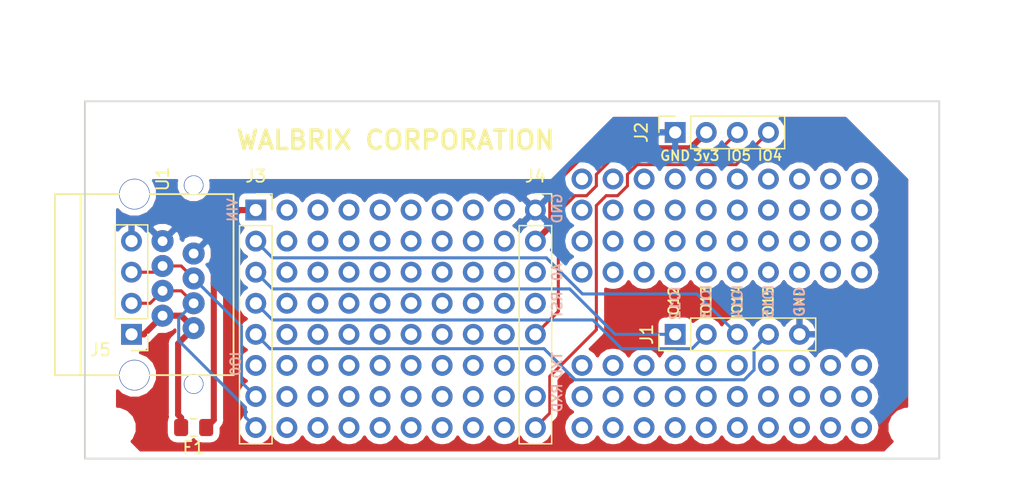
<source format=kicad_pcb>
(kicad_pcb (version 20171130) (host pcbnew 5.0.0)

  (general
    (thickness 1.6)
    (drawings 28)
    (tracks 80)
    (zones 0)
    (modules 14)
    (nets 13)
  )

  (page A4)
  (layers
    (0 F.Cu signal)
    (31 B.Cu signal)
    (32 B.Adhes user)
    (33 F.Adhes user)
    (34 B.Paste user)
    (35 F.Paste user)
    (36 B.SilkS user)
    (37 F.SilkS user)
    (38 B.Mask user)
    (39 F.Mask user)
    (40 Dwgs.User user)
    (41 Cmts.User user)
    (42 Eco1.User user)
    (43 Eco2.User user)
    (44 Edge.Cuts user)
    (45 Margin user)
    (46 B.CrtYd user)
    (47 F.CrtYd user)
    (48 B.Fab user)
    (49 F.Fab user)
  )

  (setup
    (last_trace_width 0.25)
    (trace_clearance 0.2)
    (zone_clearance 0.508)
    (zone_45_only no)
    (trace_min 0.2)
    (segment_width 0.2)
    (edge_width 0.15)
    (via_size 0.8)
    (via_drill 0.4)
    (via_min_size 0.8)
    (via_min_drill 0.3)
    (uvia_size 0.3)
    (uvia_drill 0.1)
    (uvias_allowed no)
    (uvia_min_size 0.2)
    (uvia_min_drill 0.1)
    (pcb_text_width 0.3)
    (pcb_text_size 1.5 1.5)
    (mod_edge_width 0.15)
    (mod_text_size 1 1)
    (mod_text_width 0.15)
    (pad_size 1.7 1.7)
    (pad_drill 1)
    (pad_to_mask_clearance 0.2)
    (aux_axis_origin 0 0)
    (visible_elements FFFFFF7F)
    (pcbplotparams
      (layerselection 0x010f0_ffffffff)
      (usegerberextensions true)
      (usegerberattributes false)
      (usegerberadvancedattributes false)
      (creategerberjobfile false)
      (excludeedgelayer true)
      (linewidth 0.100000)
      (plotframeref false)
      (viasonmask false)
      (mode 1)
      (useauxorigin false)
      (hpglpennumber 1)
      (hpglpenspeed 20)
      (hpglpendiameter 15.000000)
      (psnegative false)
      (psa4output false)
      (plotreference true)
      (plotvalue false)
      (plotinvisibletext false)
      (padsonsilk false)
      (subtractmaskfromsilk true)
      (outputformat 1)
      (mirror false)
      (drillshape 0)
      (scaleselection 1)
      (outputdirectory ""))
  )

  (net 0 "")
  (net 1 GND)
  (net 2 VCC)
  (net 3 +3V3)
  (net 4 /VIN)
  (net 5 /A)
  (net 6 /B)
  (net 7 /IO12)
  (net 8 /IO13)
  (net 9 /IO14)
  (net 10 /IO15)
  (net 11 "Net-(J2-Pad3)")
  (net 12 "Net-(J2-Pad4)")

  (net_class Default "これは標準のネット クラスです。"
    (clearance 0.2)
    (trace_width 0.25)
    (via_dia 0.8)
    (via_drill 0.4)
    (uvia_dia 0.3)
    (uvia_drill 0.1)
    (add_net /A)
    (add_net /B)
    (add_net /IO12)
    (add_net /IO13)
    (add_net /IO14)
    (add_net /IO15)
    (add_net "Net-(J2-Pad3)")
    (add_net "Net-(J2-Pad4)")
  )

  (net_class Power ""
    (clearance 0.2)
    (trace_width 0.5)
    (via_dia 0.8)
    (via_drill 0.4)
    (uvia_dia 0.3)
    (uvia_drill 0.1)
    (add_net +3V3)
    (add_net /VIN)
    (add_net GND)
    (add_net VCC)
  )

  (module Connector_PinSocket_2.54mm:PinSocket_1x08_P2.54mm_Vertical (layer F.Cu) (tedit 5A19A420) (tstamp 5BAD7D79)
    (at 128.27 99.06)
    (descr "Through hole straight socket strip, 1x08, 2.54mm pitch, single row (from Kicad 4.0.7), script generated")
    (tags "Through hole socket strip THT 1x08 2.54mm single row")
    (path /5B966F09)
    (fp_text reference J3 (at 0 -2.77) (layer F.SilkS)
      (effects (font (size 1 1) (thickness 0.15)))
    )
    (fp_text value Conn_01x08 (at 0 20.55) (layer F.Fab)
      (effects (font (size 1 1) (thickness 0.15)))
    )
    (fp_line (start -1.27 -1.27) (end 0.635 -1.27) (layer F.Fab) (width 0.1))
    (fp_line (start 0.635 -1.27) (end 1.27 -0.635) (layer F.Fab) (width 0.1))
    (fp_line (start 1.27 -0.635) (end 1.27 19.05) (layer F.Fab) (width 0.1))
    (fp_line (start 1.27 19.05) (end -1.27 19.05) (layer F.Fab) (width 0.1))
    (fp_line (start -1.27 19.05) (end -1.27 -1.27) (layer F.Fab) (width 0.1))
    (fp_line (start -1.33 1.27) (end 1.33 1.27) (layer F.SilkS) (width 0.12))
    (fp_line (start -1.33 1.27) (end -1.33 19.11) (layer F.SilkS) (width 0.12))
    (fp_line (start -1.33 19.11) (end 1.33 19.11) (layer F.SilkS) (width 0.12))
    (fp_line (start 1.33 1.27) (end 1.33 19.11) (layer F.SilkS) (width 0.12))
    (fp_line (start 1.33 -1.33) (end 1.33 0) (layer F.SilkS) (width 0.12))
    (fp_line (start 0 -1.33) (end 1.33 -1.33) (layer F.SilkS) (width 0.12))
    (fp_line (start -1.8 -1.8) (end 1.75 -1.8) (layer F.CrtYd) (width 0.05))
    (fp_line (start 1.75 -1.8) (end 1.75 19.55) (layer F.CrtYd) (width 0.05))
    (fp_line (start 1.75 19.55) (end -1.8 19.55) (layer F.CrtYd) (width 0.05))
    (fp_line (start -1.8 19.55) (end -1.8 -1.8) (layer F.CrtYd) (width 0.05))
    (fp_text user %R (at 0 8.89 90) (layer F.Fab)
      (effects (font (size 1 1) (thickness 0.15)))
    )
    (pad 1 thru_hole rect (at 0 0) (size 1.7 1.7) (drill 1) (layers *.Cu *.Mask)
      (net 4 /VIN))
    (pad 2 thru_hole oval (at 0 2.54) (size 1.7 1.7) (drill 1) (layers *.Cu *.Mask)
      (net 9 /IO14))
    (pad 3 thru_hole oval (at 0 5.08) (size 1.7 1.7) (drill 1) (layers *.Cu *.Mask)
      (net 7 /IO12))
    (pad 4 thru_hole oval (at 0 7.62) (size 1.7 1.7) (drill 1) (layers *.Cu *.Mask)
      (net 8 /IO13))
    (pad 5 thru_hole oval (at 0 10.16) (size 1.7 1.7) (drill 1) (layers *.Cu *.Mask)
      (net 10 /IO15))
    (pad 6 thru_hole oval (at 0 12.7) (size 1.7 1.7) (drill 1) (layers *.Cu *.Mask))
    (pad 7 thru_hole oval (at 0 15.24) (size 1.7 1.7) (drill 1) (layers *.Cu *.Mask)
      (net 5 /A))
    (pad 8 thru_hole oval (at 0 17.78) (size 1.7 1.7) (drill 1) (layers *.Cu *.Mask)
      (net 6 /B))
    (model ${KISYS3DMOD}/Connector_PinSocket_2.54mm.3dshapes/PinSocket_1x08_P2.54mm_Vertical.wrl
      (at (xyz 0 0 0))
      (scale (xyz 1 1 1))
      (rotate (xyz 0 0 0))
    )
  )

  (module Connector_PinSocket_2.54mm:PinSocket_1x08_P2.54mm_Vertical (layer F.Cu) (tedit 5BA8A1A9) (tstamp 5BAD7D94)
    (at 151.13 99.06)
    (descr "Through hole straight socket strip, 1x08, 2.54mm pitch, single row (from Kicad 4.0.7), script generated")
    (tags "Through hole socket strip THT 1x08 2.54mm single row")
    (path /5B966F4A)
    (fp_text reference J4 (at 0 -2.77) (layer F.SilkS)
      (effects (font (size 1 1) (thickness 0.15)))
    )
    (fp_text value Conn_01x08 (at 0 20.55) (layer F.Fab)
      (effects (font (size 1 1) (thickness 0.15)))
    )
    (fp_text user %R (at 0 8.89 90) (layer F.Fab)
      (effects (font (size 1 1) (thickness 0.15)))
    )
    (fp_line (start -1.8 19.55) (end -1.8 -1.8) (layer F.CrtYd) (width 0.05))
    (fp_line (start 1.75 19.55) (end -1.8 19.55) (layer F.CrtYd) (width 0.05))
    (fp_line (start 1.75 -1.8) (end 1.75 19.55) (layer F.CrtYd) (width 0.05))
    (fp_line (start -1.8 -1.8) (end 1.75 -1.8) (layer F.CrtYd) (width 0.05))
    (fp_line (start 0 -1.33) (end 1.33 -1.33) (layer F.SilkS) (width 0.12))
    (fp_line (start 1.33 -1.33) (end 1.33 0) (layer F.SilkS) (width 0.12))
    (fp_line (start 1.33 1.27) (end 1.33 19.11) (layer F.SilkS) (width 0.12))
    (fp_line (start -1.33 19.11) (end 1.33 19.11) (layer F.SilkS) (width 0.12))
    (fp_line (start -1.33 1.27) (end -1.33 19.11) (layer F.SilkS) (width 0.12))
    (fp_line (start -1.33 1.27) (end 1.33 1.27) (layer F.SilkS) (width 0.12))
    (fp_line (start -1.27 19.05) (end -1.27 -1.27) (layer F.Fab) (width 0.1))
    (fp_line (start 1.27 19.05) (end -1.27 19.05) (layer F.Fab) (width 0.1))
    (fp_line (start 1.27 -0.635) (end 1.27 19.05) (layer F.Fab) (width 0.1))
    (fp_line (start 0.635 -1.27) (end 1.27 -0.635) (layer F.Fab) (width 0.1))
    (fp_line (start -1.27 -1.27) (end 0.635 -1.27) (layer F.Fab) (width 0.1))
    (pad 8 thru_hole oval (at 0 17.78) (size 1.7 1.7) (drill 1) (layers *.Cu *.Mask)
      (net 12 "Net-(J2-Pad4)"))
    (pad 7 thru_hole oval (at 0 15.24) (size 1.7 1.7) (drill 1) (layers *.Cu *.Mask))
    (pad 6 thru_hole oval (at 0 12.7) (size 1.7 1.7) (drill 1) (layers *.Cu *.Mask))
    (pad 5 thru_hole oval (at 0 10.16) (size 1.7 1.7) (drill 1) (layers *.Cu *.Mask)
      (net 11 "Net-(J2-Pad3)"))
    (pad 4 thru_hole oval (at 0 7.62) (size 1.7 1.7) (drill 1) (layers *.Cu *.Mask))
    (pad 3 thru_hole oval (at 0 5.08) (size 1.7 1.7) (drill 1) (layers *.Cu *.Mask))
    (pad 2 thru_hole oval (at 0 2.54) (size 1.7 1.7) (drill 1) (layers *.Cu *.Mask)
      (net 3 +3V3))
    (pad 1 thru_hole circle (at 0 0) (size 1.7 1.7) (drill 1) (layers *.Cu *.Mask)
      (net 1 GND))
    (model ${KISYS3DMOD}/Connector_PinSocket_2.54mm.3dshapes/PinSocket_1x08_P2.54mm_Vertical.wrl
      (at (xyz 0 0 0))
      (scale (xyz 1 1 1))
      (rotate (xyz 0 0 0))
    )
  )

  (module 7810-8P8C:7810-8P8C (layer F.Cu) (tedit 598A7AE1) (tstamp 5BAD7DC4)
    (at 120.65 105.156 270)
    (path /5BD254A4)
    (fp_text reference U1 (at -8.636 0 270) (layer F.SilkS)
      (effects (font (size 1 1) (thickness 0.15)))
    )
    (fp_text value 7810-8P8C (at 0 7.62 270) (layer F.Fab)
      (effects (font (size 1 1) (thickness 0.15)))
    )
    (fp_line (start -7.4 6.7) (end 7.4 6.7) (layer F.SilkS) (width 0.15))
    (fp_line (start -7.4 8.8) (end 7.4 8.8) (layer F.SilkS) (width 0.15))
    (fp_line (start 6.4 -5.8) (end 7.4 -5.8) (layer F.SilkS) (width 0.15))
    (fp_line (start 7.4 -5.8) (end 7.4 8.8) (layer F.SilkS) (width 0.15))
    (fp_line (start 6.4 -5.8) (end -7.4 -5.8) (layer F.SilkS) (width 0.15))
    (fp_line (start -7.4 -5.8) (end -7.4 8.8) (layer F.SilkS) (width 0.15))
    (pad 1 thru_hole circle (at 3.556 -2.54 270) (size 1.8 1.8) (drill 0.8) (layers *.Cu *.Mask)
      (net 2 VCC))
    (pad 2 thru_hole circle (at 2.54 0 270) (size 1.8 1.8) (drill 0.8) (layers *.Cu *.Mask)
      (net 2 VCC))
    (pad 3 thru_hole circle (at 1.524 -2.54 270) (size 1.8 1.8) (drill 0.8) (layers *.Cu *.Mask)
      (net 6 /B))
    (pad 4 thru_hole circle (at 0.508 0 270) (size 1.8 1.8) (drill 0.8) (layers *.Cu *.Mask)
      (net 6 /B))
    (pad 5 thru_hole circle (at -0.508 -2.54 270) (size 1.8 1.8) (drill 0.8) (layers *.Cu *.Mask)
      (net 5 /A))
    (pad 6 thru_hole circle (at -1.524 0 270) (size 1.8 1.8) (drill 0.8) (layers *.Cu *.Mask)
      (net 5 /A))
    (pad 7 thru_hole circle (at -2.54 -2.54 270) (size 1.8 1.8) (drill 0.8) (layers *.Cu *.Mask)
      (net 1 GND))
    (pad 8 thru_hole circle (at -3.556 0 270) (size 1.8 1.8) (drill 0.8) (layers *.Cu *.Mask)
      (net 1 GND))
    (pad "" np_thru_hole circle (at -8.125 -2.54 270) (size 1.6 1.6) (drill 1.5) (layers *.Cu *.Mask))
    (pad "" np_thru_hole circle (at 8.125 -2.54 270) (size 1.6 1.6) (drill 1.5) (layers *.Cu *.Mask))
    (pad "" np_thru_hole circle (at -7.4 2.3 270) (size 2.5 2.5) (drill 2.4) (layers *.Cu *.Mask))
    (pad "" np_thru_hole circle (at 7.4 2.3 270) (size 2.5 2.5) (drill 2.4) (layers *.Cu *.Mask))
  )

  (module MountingHole:MountingHole_2.2mm_M2 (layer F.Cu) (tedit 5BA8A0AF) (tstamp 5BAD8254)
    (at 116.84 92.71)
    (descr "Mounting Hole 2.2mm, no annular, M2")
    (tags "mounting hole 2.2mm no annular m2")
    (attr virtual)
    (fp_text reference REF** (at 0 -3.2) (layer F.SilkS) hide
      (effects (font (size 1 1) (thickness 0.15)))
    )
    (fp_text value MountingHole_2.2mm_M2 (at 0 3.2) (layer F.Fab)
      (effects (font (size 1 1) (thickness 0.15)))
    )
    (fp_circle (center 0 0) (end 2.45 0) (layer F.CrtYd) (width 0.05))
    (fp_circle (center 0 0) (end 2.2 0) (layer Cmts.User) (width 0.15))
    (fp_text user %R (at 0.3 0) (layer F.Fab)
      (effects (font (size 1 1) (thickness 0.15)))
    )
    (pad 1 np_thru_hole circle (at 0 0) (size 2.2 2.2) (drill 2.2) (layers *.Cu *.Mask))
  )

  (module MountingHole:MountingHole_2.2mm_M2 (layer F.Cu) (tedit 5BA8A0AA) (tstamp 5BAD8263)
    (at 181.61 92.71)
    (descr "Mounting Hole 2.2mm, no annular, M2")
    (tags "mounting hole 2.2mm no annular m2")
    (attr virtual)
    (fp_text reference REF** (at 0 -3.2) (layer F.SilkS) hide
      (effects (font (size 1 1) (thickness 0.15)))
    )
    (fp_text value MountingHole_2.2mm_M2 (at 0 3.2) (layer F.Fab)
      (effects (font (size 1 1) (thickness 0.15)))
    )
    (fp_circle (center 0 0) (end 2.45 0) (layer F.CrtYd) (width 0.05))
    (fp_circle (center 0 0) (end 2.2 0) (layer Cmts.User) (width 0.15))
    (fp_text user %R (at 0.3 0) (layer F.Fab)
      (effects (font (size 1 1) (thickness 0.15)))
    )
    (pad 1 np_thru_hole circle (at 0 0) (size 2.2 2.2) (drill 2.2) (layers *.Cu *.Mask))
  )

  (module MountingHole:MountingHole_2.2mm_M2 (layer F.Cu) (tedit 5BA8A0A4) (tstamp 5BAD8272)
    (at 181.61 116.84)
    (descr "Mounting Hole 2.2mm, no annular, M2")
    (tags "mounting hole 2.2mm no annular m2")
    (attr virtual)
    (fp_text reference REF** (at 0 -3.2) (layer F.SilkS) hide
      (effects (font (size 1 1) (thickness 0.15)))
    )
    (fp_text value MountingHole_2.2mm_M2 (at 0 3.2) (layer F.Fab)
      (effects (font (size 1 1) (thickness 0.15)))
    )
    (fp_circle (center 0 0) (end 2.45 0) (layer F.CrtYd) (width 0.05))
    (fp_circle (center 0 0) (end 2.2 0) (layer Cmts.User) (width 0.15))
    (fp_text user %R (at 0.3 0) (layer F.Fab)
      (effects (font (size 1 1) (thickness 0.15)))
    )
    (pad 1 np_thru_hole circle (at 0 0) (size 2.2 2.2) (drill 2.2) (layers *.Cu *.Mask))
  )

  (module MountingHole:MountingHole_2.2mm_M2 (layer F.Cu) (tedit 5BA8A0B5) (tstamp 5BAD8281)
    (at 116.84 116.84)
    (descr "Mounting Hole 2.2mm, no annular, M2")
    (tags "mounting hole 2.2mm no annular m2")
    (attr virtual)
    (fp_text reference REF** (at 0 -3.2) (layer F.SilkS) hide
      (effects (font (size 1 1) (thickness 0.15)))
    )
    (fp_text value MountingHole_2.2mm_M2 (at 0 3.2) (layer F.Fab)
      (effects (font (size 1 1) (thickness 0.15)))
    )
    (fp_circle (center 0 0) (end 2.45 0) (layer F.CrtYd) (width 0.05))
    (fp_circle (center 0 0) (end 2.2 0) (layer Cmts.User) (width 0.15))
    (fp_text user %R (at 0.3 0) (layer F.Fab)
      (effects (font (size 1 1) (thickness 0.15)))
    )
    (pad 1 np_thru_hole circle (at 0 0) (size 2.2 2.2) (drill 2.2) (layers *.Cu *.Mask))
  )

  (module Connector_PinSocket_2.54mm:PinSocket_1x04_P2.54mm_Vertical (layer F.Cu) (tedit 5A19A429) (tstamp 5BAF3E96)
    (at 162.56 92.71 90)
    (descr "Through hole straight socket strip, 1x04, 2.54mm pitch, single row (from Kicad 4.0.7), script generated")
    (tags "Through hole socket strip THT 1x04 2.54mm single row")
    (path /5BD261FD)
    (fp_text reference J2 (at 0 -2.77 90) (layer F.SilkS)
      (effects (font (size 1 1) (thickness 0.15)))
    )
    (fp_text value Conn_01x04 (at 0 10.39 90) (layer F.Fab)
      (effects (font (size 1 1) (thickness 0.15)))
    )
    (fp_line (start -1.27 -1.27) (end 0.635 -1.27) (layer F.Fab) (width 0.1))
    (fp_line (start 0.635 -1.27) (end 1.27 -0.635) (layer F.Fab) (width 0.1))
    (fp_line (start 1.27 -0.635) (end 1.27 8.89) (layer F.Fab) (width 0.1))
    (fp_line (start 1.27 8.89) (end -1.27 8.89) (layer F.Fab) (width 0.1))
    (fp_line (start -1.27 8.89) (end -1.27 -1.27) (layer F.Fab) (width 0.1))
    (fp_line (start -1.33 1.27) (end 1.33 1.27) (layer F.SilkS) (width 0.12))
    (fp_line (start -1.33 1.27) (end -1.33 8.95) (layer F.SilkS) (width 0.12))
    (fp_line (start -1.33 8.95) (end 1.33 8.95) (layer F.SilkS) (width 0.12))
    (fp_line (start 1.33 1.27) (end 1.33 8.95) (layer F.SilkS) (width 0.12))
    (fp_line (start 1.33 -1.33) (end 1.33 0) (layer F.SilkS) (width 0.12))
    (fp_line (start 0 -1.33) (end 1.33 -1.33) (layer F.SilkS) (width 0.12))
    (fp_line (start -1.8 -1.8) (end 1.75 -1.8) (layer F.CrtYd) (width 0.05))
    (fp_line (start 1.75 -1.8) (end 1.75 9.4) (layer F.CrtYd) (width 0.05))
    (fp_line (start 1.75 9.4) (end -1.8 9.4) (layer F.CrtYd) (width 0.05))
    (fp_line (start -1.8 9.4) (end -1.8 -1.8) (layer F.CrtYd) (width 0.05))
    (fp_text user %R (at 0 3.81 180) (layer F.Fab)
      (effects (font (size 1 1) (thickness 0.15)))
    )
    (pad 1 thru_hole rect (at 0 0 90) (size 1.7 1.7) (drill 1) (layers *.Cu *.Mask)
      (net 1 GND))
    (pad 2 thru_hole oval (at 0 2.54 90) (size 1.7 1.7) (drill 1) (layers *.Cu *.Mask)
      (net 3 +3V3))
    (pad 3 thru_hole oval (at 0 5.08 90) (size 1.7 1.7) (drill 1) (layers *.Cu *.Mask)
      (net 11 "Net-(J2-Pad3)"))
    (pad 4 thru_hole oval (at 0 7.62 90) (size 1.7 1.7) (drill 1) (layers *.Cu *.Mask)
      (net 12 "Net-(J2-Pad4)"))
    (model ${KISYS3DMOD}/Connector_PinSocket_2.54mm.3dshapes/PinSocket_1x04_P2.54mm_Vertical.wrl
      (at (xyz 0 0 0))
      (scale (xyz 1 1 1))
      (rotate (xyz 0 0 0))
    )
  )

  (module Fuse:Fuse_0805_2012Metric_Pad1.15x1.40mm_HandSolder (layer F.Cu) (tedit 5B36C52C) (tstamp 5BB10343)
    (at 123.19 116.84 180)
    (descr "Fuse SMD 0805 (2012 Metric), square (rectangular) end terminal, IPC_7351 nominal with elongated pad for handsoldering. (Body size source: https://docs.google.com/spreadsheets/d/1BsfQQcO9C6DZCsRaXUlFlo91Tg2WpOkGARC1WS5S8t0/edit?usp=sharing), generated with kicad-footprint-generator")
    (tags "resistor handsolder")
    (path /5BD3E870)
    (attr smd)
    (fp_text reference F1 (at 0 -1.65 180) (layer F.SilkS)
      (effects (font (size 1 1) (thickness 0.15)))
    )
    (fp_text value Fuse (at 0 1.65 180) (layer F.Fab)
      (effects (font (size 1 1) (thickness 0.15)))
    )
    (fp_line (start -1 0.6) (end -1 -0.6) (layer F.Fab) (width 0.1))
    (fp_line (start -1 -0.6) (end 1 -0.6) (layer F.Fab) (width 0.1))
    (fp_line (start 1 -0.6) (end 1 0.6) (layer F.Fab) (width 0.1))
    (fp_line (start 1 0.6) (end -1 0.6) (layer F.Fab) (width 0.1))
    (fp_line (start -0.261252 -0.71) (end 0.261252 -0.71) (layer F.SilkS) (width 0.12))
    (fp_line (start -0.261252 0.71) (end 0.261252 0.71) (layer F.SilkS) (width 0.12))
    (fp_line (start -1.85 0.95) (end -1.85 -0.95) (layer F.CrtYd) (width 0.05))
    (fp_line (start -1.85 -0.95) (end 1.85 -0.95) (layer F.CrtYd) (width 0.05))
    (fp_line (start 1.85 -0.95) (end 1.85 0.95) (layer F.CrtYd) (width 0.05))
    (fp_line (start 1.85 0.95) (end -1.85 0.95) (layer F.CrtYd) (width 0.05))
    (fp_text user %R (at 0 0 180) (layer F.Fab)
      (effects (font (size 0.5 0.5) (thickness 0.08)))
    )
    (pad 1 smd roundrect (at -1.025 0 180) (size 1.15 1.4) (layers F.Cu F.Paste F.Mask) (roundrect_rratio 0.217391)
      (net 4 /VIN))
    (pad 2 smd roundrect (at 1.025 0 180) (size 1.15 1.4) (layers F.Cu F.Paste F.Mask) (roundrect_rratio 0.217391)
      (net 2 VCC))
    (model ${KISYS3DMOD}/Fuse.3dshapes/Fuse_0805_2012Metric.wrl
      (at (xyz 0 0 0))
      (scale (xyz 1 1 1))
      (rotate (xyz 0 0 0))
    )
  )

  (module lib:prototype_area_8x8 (layer F.Cu) (tedit 5BA8AAD8) (tstamp 5BB1B879)
    (at 139.7 105.41)
    (descr "Through hole straight pin header, 1x07, 2.54mm pitch, single row")
    (tags "Through hole pin header THT 1x07 2.54mm single row")
    (fp_text reference REF** (at 0 -7.62) (layer F.SilkS) hide
      (effects (font (size 1 1) (thickness 0.15)))
    )
    (fp_text value prototype_area_8x8 (at 0 12.7) (layer F.Fab)
      (effects (font (size 1 1) (thickness 0.15)))
    )
    (pad 63 thru_hole oval (at 6.35 11.43) (size 1.7 1.7) (drill 1) (layers *.Cu *.Mask))
    (pad 61 thru_hole oval (at 1.27 11.43) (size 1.7 1.7) (drill 1) (layers *.Cu *.Mask))
    (pad 64 thru_hole oval (at 8.89 11.43) (size 1.7 1.7) (drill 1) (layers *.Cu *.Mask))
    (pad 58 thru_hole oval (at -6.35 11.43) (size 1.7 1.7) (drill 1) (layers *.Cu *.Mask))
    (pad 59 thru_hole oval (at -3.81 11.43) (size 1.7 1.7) (drill 1) (layers *.Cu *.Mask))
    (pad 60 thru_hole oval (at -1.27 11.43) (size 1.7 1.7) (drill 1) (layers *.Cu *.Mask))
    (pad 62 thru_hole oval (at 3.81 11.43) (size 1.7 1.7) (drill 1) (layers *.Cu *.Mask))
    (pad 57 thru_hole oval (at -8.89 11.43) (size 1.7 1.7) (drill 1) (layers *.Cu *.Mask))
    (pad 53 thru_hole oval (at 1.27 8.89) (size 1.7 1.7) (drill 1) (layers *.Cu *.Mask))
    (pad 51 thru_hole oval (at -3.81 8.89) (size 1.7 1.7) (drill 1) (layers *.Cu *.Mask))
    (pad 52 thru_hole oval (at -1.27 8.89) (size 1.7 1.7) (drill 1) (layers *.Cu *.Mask))
    (pad 56 thru_hole oval (at 8.89 8.89) (size 1.7 1.7) (drill 1) (layers *.Cu *.Mask))
    (pad 54 thru_hole oval (at 3.81 8.89) (size 1.7 1.7) (drill 1) (layers *.Cu *.Mask))
    (pad 55 thru_hole oval (at 6.35 8.89) (size 1.7 1.7) (drill 1) (layers *.Cu *.Mask))
    (pad 50 thru_hole oval (at -6.35 8.89) (size 1.7 1.7) (drill 1) (layers *.Cu *.Mask))
    (pad 49 thru_hole oval (at -8.89 8.89) (size 1.7 1.7) (drill 1) (layers *.Cu *.Mask))
    (pad 38 thru_hole oval (at 3.81 3.81) (size 1.7 1.7) (drill 1) (layers *.Cu *.Mask))
    (pad 22 thru_hole oval (at 3.81 -1.27) (size 1.7 1.7) (drill 1) (layers *.Cu *.Mask))
    (pad 47 thru_hole oval (at 6.35 6.35) (size 1.7 1.7) (drill 1) (layers *.Cu *.Mask))
    (pad 31 thru_hole oval (at 6.35 1.27) (size 1.7 1.7) (drill 1) (layers *.Cu *.Mask))
    (pad 23 thru_hole oval (at 6.35 -1.27) (size 1.7 1.7) (drill 1) (layers *.Cu *.Mask))
    (pad 46 thru_hole oval (at 3.81 6.35) (size 1.7 1.7) (drill 1) (layers *.Cu *.Mask))
    (pad 32 thru_hole oval (at 8.89 1.27) (size 1.7 1.7) (drill 1) (layers *.Cu *.Mask))
    (pad 24 thru_hole oval (at 8.89 -1.27) (size 1.7 1.7) (drill 1) (layers *.Cu *.Mask))
    (pad 30 thru_hole oval (at 3.81 1.27) (size 1.7 1.7) (drill 1) (layers *.Cu *.Mask))
    (pad 40 thru_hole oval (at 8.89 3.81) (size 1.7 1.7) (drill 1) (layers *.Cu *.Mask))
    (pad 48 thru_hole oval (at 8.89 6.35) (size 1.7 1.7) (drill 1) (layers *.Cu *.Mask))
    (pad 39 thru_hole oval (at 6.35 3.81) (size 1.7 1.7) (drill 1) (layers *.Cu *.Mask))
    (pad 16 thru_hole oval (at 8.89 -3.81) (size 1.7 1.7) (drill 1) (layers *.Cu *.Mask))
    (pad 1 thru_hole oval (at -8.89 -6.35) (size 1.7 1.7) (drill 1) (layers *.Cu *.Mask))
    (pad 25 thru_hole oval (at -8.89 1.27) (size 1.7 1.7) (drill 1) (layers *.Cu *.Mask))
    (pad 41 thru_hole oval (at -8.89 6.35) (size 1.7 1.7) (drill 1) (layers *.Cu *.Mask))
    (pad 6 thru_hole circle (at 3.81 -6.35) (size 1.7 1.7) (drill 1) (layers *.Cu *.Mask))
    (pad 9 thru_hole oval (at -8.89 -3.81) (size 1.7 1.7) (drill 1) (layers *.Cu *.Mask))
    (pad 17 thru_hole oval (at -8.89 -1.27) (size 1.7 1.7) (drill 1) (layers *.Cu *.Mask))
    (pad 33 thru_hole oval (at -8.89 3.81) (size 1.7 1.7) (drill 1) (layers *.Cu *.Mask))
    (pad 37 thru_hole oval (at 1.27 3.81) (size 1.7 1.7) (drill 1) (layers *.Cu *.Mask))
    (pad 13 thru_hole oval (at 1.27 -3.81) (size 1.7 1.7) (drill 1) (layers *.Cu *.Mask))
    (pad 15 thru_hole circle (at 6.35 -3.81) (size 1.7 1.7) (drill 1) (layers *.Cu *.Mask))
    (pad 45 thru_hole oval (at 1.27 6.35) (size 1.7 1.7) (drill 1) (layers *.Cu *.Mask))
    (pad 29 thru_hole oval (at 1.27 1.27) (size 1.7 1.7) (drill 1) (layers *.Cu *.Mask))
    (pad 5 thru_hole oval (at 1.27 -6.35) (size 1.7 1.7) (drill 1) (layers *.Cu *.Mask))
    (pad 21 thru_hole oval (at 1.27 -1.27) (size 1.7 1.7) (drill 1) (layers *.Cu *.Mask))
    (pad 34 thru_hole oval (at -6.35 3.81) (size 1.7 1.7) (drill 1) (layers *.Cu *.Mask))
    (pad 10 thru_hole oval (at -6.35 -3.81) (size 1.7 1.7) (drill 1) (layers *.Cu *.Mask))
    (pad 7 thru_hole circle (at 6.35 -6.35) (size 1.7 1.7) (drill 1) (layers *.Cu *.Mask))
    (pad 42 thru_hole oval (at -6.35 6.35) (size 1.7 1.7) (drill 1) (layers *.Cu *.Mask))
    (pad 26 thru_hole oval (at -6.35 1.27) (size 1.7 1.7) (drill 1) (layers *.Cu *.Mask))
    (pad 2 thru_hole oval (at -6.35 -6.35) (size 1.7 1.7) (drill 1) (layers *.Cu *.Mask))
    (pad 18 thru_hole oval (at -6.35 -1.27) (size 1.7 1.7) (drill 1) (layers *.Cu *.Mask))
    (pad 44 thru_hole oval (at -1.27 6.35) (size 1.7 1.7) (drill 1) (layers *.Cu *.Mask))
    (pad 36 thru_hole oval (at -1.27 3.81) (size 1.7 1.7) (drill 1) (layers *.Cu *.Mask))
    (pad 28 thru_hole oval (at -1.27 1.27) (size 1.7 1.7) (drill 1) (layers *.Cu *.Mask))
    (pad 20 thru_hole oval (at -1.27 -1.27) (size 1.7 1.7) (drill 1) (layers *.Cu *.Mask))
    (pad 12 thru_hole oval (at -1.27 -3.81) (size 1.7 1.7) (drill 1) (layers *.Cu *.Mask))
    (pad 4 thru_hole oval (at -1.27 -6.35) (size 1.7 1.7) (drill 1) (layers *.Cu *.Mask))
    (pad 14 thru_hole circle (at 3.81 -3.81) (size 1.7 1.7) (drill 1) (layers *.Cu *.Mask))
    (pad 8 thru_hole circle (at 8.89 -6.35) (size 1.7 1.7) (drill 1) (layers *.Cu *.Mask))
    (pad 3 thru_hole oval (at -3.81 -6.35) (size 1.7 1.7) (drill 1) (layers *.Cu *.Mask))
    (pad 11 thru_hole oval (at -3.81 -3.81) (size 1.7 1.7) (drill 1) (layers *.Cu *.Mask))
    (pad 19 thru_hole oval (at -3.81 -1.27) (size 1.7 1.7) (drill 1) (layers *.Cu *.Mask))
    (pad 27 thru_hole oval (at -3.81 1.27) (size 1.7 1.7) (drill 1) (layers *.Cu *.Mask))
    (pad 35 thru_hole oval (at -3.81 3.81) (size 1.7 1.7) (drill 1) (layers *.Cu *.Mask))
    (pad 43 thru_hole oval (at -3.81 6.35) (size 1.7 1.7) (drill 1) (layers *.Cu *.Mask))
    (model ${KISYS3DMOD}/Pin_Headers.3dshapes/Pin_Header_Straight_1x07_Pitch2.54mm.wrl
      (at (xyz 0 0 0))
      (scale (xyz 1 1 1))
      (rotate (xyz 0 0 0))
    )
  )

  (module lib:prototype_area_10x4 (layer F.Cu) (tedit 5BA8AAD0) (tstamp 5BB1BD37)
    (at 166.37 100.33)
    (descr "Through hole straight pin header, 1x07, 2.54mm pitch, single row")
    (tags "Through hole pin header THT 1x07 2.54mm single row")
    (fp_text reference REF** (at 0 -5.08) (layer F.SilkS) hide
      (effects (font (size 1 1) (thickness 0.15)))
    )
    (fp_text value prototype_area_10x4 (at 0 5.08) (layer F.Fab)
      (effects (font (size 1 1) (thickness 0.15)))
    )
    (pad 40 thru_hole oval (at 11.43 3.81) (size 1.7 1.7) (drill 1) (layers *.Cu *.Mask))
    (pad 39 thru_hole oval (at 8.89 3.81) (size 1.7 1.7) (drill 1) (layers *.Cu *.Mask))
    (pad 30 thru_hole oval (at 11.43 1.27) (size 1.7 1.7) (drill 1) (layers *.Cu *.Mask))
    (pad 29 thru_hole oval (at 8.89 1.27) (size 1.7 1.7) (drill 1) (layers *.Cu *.Mask))
    (pad 26 thru_hole oval (at 1.27 1.27) (size 1.7 1.7) (drill 1) (layers *.Cu *.Mask))
    (pad 37 thru_hole oval (at 3.81 3.81) (size 1.7 1.7) (drill 1) (layers *.Cu *.Mask))
    (pad 27 thru_hole oval (at 3.81 1.27) (size 1.7 1.7) (drill 1) (layers *.Cu *.Mask))
    (pad 38 thru_hole oval (at 6.35 3.81) (size 1.7 1.7) (drill 1) (layers *.Cu *.Mask))
    (pad 28 thru_hole oval (at 6.35 1.27) (size 1.7 1.7) (drill 1) (layers *.Cu *.Mask))
    (pad 36 thru_hole oval (at 1.27 3.81) (size 1.7 1.7) (drill 1) (layers *.Cu *.Mask))
    (pad 18 thru_hole oval (at 6.35 -1.27) (size 1.7 1.7) (drill 1) (layers *.Cu *.Mask))
    (pad 1 thru_hole oval (at -11.43 -3.81) (size 1.7 1.7) (drill 1) (layers *.Cu *.Mask))
    (pad 31 thru_hole oval (at -11.43 3.81) (size 1.7 1.7) (drill 1) (layers *.Cu *.Mask))
    (pad 19 thru_hole oval (at 8.89 -1.27) (size 1.7 1.7) (drill 1) (layers *.Cu *.Mask))
    (pad 6 thru_hole circle (at 1.27 -3.81) (size 1.7 1.7) (drill 1) (layers *.Cu *.Mask))
    (pad 11 thru_hole oval (at -11.43 -1.27) (size 1.7 1.7) (drill 1) (layers *.Cu *.Mask))
    (pad 21 thru_hole oval (at -11.43 1.27) (size 1.7 1.7) (drill 1) (layers *.Cu *.Mask))
    (pad 9 thru_hole oval (at 8.89 -3.81) (size 1.7 1.7) (drill 1) (layers *.Cu *.Mask))
    (pad 15 thru_hole oval (at -1.27 -1.27) (size 1.7 1.7) (drill 1) (layers *.Cu *.Mask))
    (pad 17 thru_hole circle (at 3.81 -1.27) (size 1.7 1.7) (drill 1) (layers *.Cu *.Mask))
    (pad 35 thru_hole oval (at -1.27 3.81) (size 1.7 1.7) (drill 1) (layers *.Cu *.Mask))
    (pad 5 thru_hole oval (at -1.27 -3.81) (size 1.7 1.7) (drill 1) (layers *.Cu *.Mask))
    (pad 25 thru_hole oval (at -1.27 1.27) (size 1.7 1.7) (drill 1) (layers *.Cu *.Mask))
    (pad 10 thru_hole oval (at 11.43 -3.81) (size 1.7 1.7) (drill 1) (layers *.Cu *.Mask))
    (pad 12 thru_hole oval (at -8.89 -1.27) (size 1.7 1.7) (drill 1) (layers *.Cu *.Mask))
    (pad 7 thru_hole circle (at 3.81 -3.81) (size 1.7 1.7) (drill 1) (layers *.Cu *.Mask))
    (pad 20 thru_hole oval (at 11.43 -1.27) (size 1.7 1.7) (drill 1) (layers *.Cu *.Mask))
    (pad 32 thru_hole oval (at -8.89 3.81) (size 1.7 1.7) (drill 1) (layers *.Cu *.Mask))
    (pad 2 thru_hole oval (at -8.89 -3.81) (size 1.7 1.7) (drill 1) (layers *.Cu *.Mask))
    (pad 22 thru_hole oval (at -8.89 1.27) (size 1.7 1.7) (drill 1) (layers *.Cu *.Mask))
    (pad 34 thru_hole oval (at -3.81 3.81) (size 1.7 1.7) (drill 1) (layers *.Cu *.Mask))
    (pad 24 thru_hole oval (at -3.81 1.27) (size 1.7 1.7) (drill 1) (layers *.Cu *.Mask))
    (pad 14 thru_hole oval (at -3.81 -1.27) (size 1.7 1.7) (drill 1) (layers *.Cu *.Mask))
    (pad 4 thru_hole oval (at -3.81 -3.81) (size 1.7 1.7) (drill 1) (layers *.Cu *.Mask))
    (pad 16 thru_hole circle (at 1.27 -1.27) (size 1.7 1.7) (drill 1) (layers *.Cu *.Mask))
    (pad 8 thru_hole circle (at 6.35 -3.81) (size 1.7 1.7) (drill 1) (layers *.Cu *.Mask))
    (pad 3 thru_hole oval (at -6.35 -3.81) (size 1.7 1.7) (drill 1) (layers *.Cu *.Mask))
    (pad 13 thru_hole oval (at -6.35 -1.27) (size 1.7 1.7) (drill 1) (layers *.Cu *.Mask))
    (pad 23 thru_hole oval (at -6.35 1.27) (size 1.7 1.7) (drill 1) (layers *.Cu *.Mask))
    (pad 33 thru_hole oval (at -6.35 3.81) (size 1.7 1.7) (drill 1) (layers *.Cu *.Mask))
    (model ${KISYS3DMOD}/Pin_Headers.3dshapes/Pin_Header_Straight_1x07_Pitch2.54mm.wrl
      (at (xyz 0 0 0))
      (scale (xyz 1 1 1))
      (rotate (xyz 0 0 0))
    )
  )

  (module lib:prototype_area_10x3 (layer F.Cu) (tedit 5BA8BD4B) (tstamp 5BB46202)
    (at 166.37 114.3)
    (descr "Through hole straight pin header, 1x07, 2.54mm pitch, single row")
    (tags "Through hole pin header THT 1x07 2.54mm single row")
    (fp_text reference REF** (at 0 -3.81) (layer F.SilkS) hide
      (effects (font (size 1 1) (thickness 0.15)))
    )
    (fp_text value prototype_area_10x3 (at 0 5.08) (layer F.Fab)
      (effects (font (size 1 1) (thickness 0.15)))
    )
    (pad 30 thru_hole oval (at 11.43 2.54) (size 1.7 1.7) (drill 1) (layers *.Cu *.Mask))
    (pad 29 thru_hole oval (at 8.89 2.54) (size 1.7 1.7) (drill 1) (layers *.Cu *.Mask))
    (pad 26 thru_hole oval (at 1.27 2.54) (size 1.7 1.7) (drill 1) (layers *.Cu *.Mask))
    (pad 27 thru_hole oval (at 3.81 2.54) (size 1.7 1.7) (drill 1) (layers *.Cu *.Mask))
    (pad 28 thru_hole oval (at 6.35 2.54) (size 1.7 1.7) (drill 1) (layers *.Cu *.Mask))
    (pad 18 thru_hole oval (at 6.35 0) (size 1.7 1.7) (drill 1) (layers *.Cu *.Mask))
    (pad 1 thru_hole oval (at -11.43 -2.54) (size 1.7 1.7) (drill 1) (layers *.Cu *.Mask))
    (pad 19 thru_hole oval (at 8.89 0) (size 1.7 1.7) (drill 1) (layers *.Cu *.Mask))
    (pad 6 thru_hole circle (at 1.27 -2.54) (size 1.7 1.7) (drill 1) (layers *.Cu *.Mask))
    (pad 11 thru_hole oval (at -11.43 0) (size 1.7 1.7) (drill 1) (layers *.Cu *.Mask))
    (pad 21 thru_hole oval (at -11.43 2.54) (size 1.7 1.7) (drill 1) (layers *.Cu *.Mask))
    (pad 9 thru_hole oval (at 8.89 -2.54) (size 1.7 1.7) (drill 1) (layers *.Cu *.Mask))
    (pad 15 thru_hole oval (at -1.27 0) (size 1.7 1.7) (drill 1) (layers *.Cu *.Mask))
    (pad 17 thru_hole circle (at 3.81 0) (size 1.7 1.7) (drill 1) (layers *.Cu *.Mask))
    (pad 5 thru_hole oval (at -1.27 -2.54) (size 1.7 1.7) (drill 1) (layers *.Cu *.Mask))
    (pad 25 thru_hole oval (at -1.27 2.54) (size 1.7 1.7) (drill 1) (layers *.Cu *.Mask))
    (pad 10 thru_hole oval (at 11.43 -2.54) (size 1.7 1.7) (drill 1) (layers *.Cu *.Mask))
    (pad 12 thru_hole oval (at -8.89 0) (size 1.7 1.7) (drill 1) (layers *.Cu *.Mask))
    (pad 7 thru_hole circle (at 3.81 -2.54) (size 1.7 1.7) (drill 1) (layers *.Cu *.Mask))
    (pad 20 thru_hole oval (at 11.43 0) (size 1.7 1.7) (drill 1) (layers *.Cu *.Mask))
    (pad 2 thru_hole oval (at -8.89 -2.54) (size 1.7 1.7) (drill 1) (layers *.Cu *.Mask))
    (pad 22 thru_hole oval (at -8.89 2.54) (size 1.7 1.7) (drill 1) (layers *.Cu *.Mask))
    (pad 24 thru_hole oval (at -3.81 2.54) (size 1.7 1.7) (drill 1) (layers *.Cu *.Mask))
    (pad 14 thru_hole oval (at -3.81 0) (size 1.7 1.7) (drill 1) (layers *.Cu *.Mask))
    (pad 4 thru_hole oval (at -3.81 -2.54) (size 1.7 1.7) (drill 1) (layers *.Cu *.Mask))
    (pad 16 thru_hole circle (at 1.27 0) (size 1.7 1.7) (drill 1) (layers *.Cu *.Mask))
    (pad 8 thru_hole circle (at 6.35 -2.54) (size 1.7 1.7) (drill 1) (layers *.Cu *.Mask))
    (pad 3 thru_hole oval (at -6.35 -2.54) (size 1.7 1.7) (drill 1) (layers *.Cu *.Mask))
    (pad 13 thru_hole oval (at -6.35 0) (size 1.7 1.7) (drill 1) (layers *.Cu *.Mask))
    (pad 23 thru_hole oval (at -6.35 2.54) (size 1.7 1.7) (drill 1) (layers *.Cu *.Mask))
    (model ${KISYS3DMOD}/Pin_Headers.3dshapes/Pin_Header_Straight_1x07_Pitch2.54mm.wrl
      (at (xyz 0 0 0))
      (scale (xyz 1 1 1))
      (rotate (xyz 0 0 0))
    )
  )

  (module Connector_PinHeader_2.54mm:PinHeader_1x04_P2.54mm_Vertical (layer F.Cu) (tedit 59FED5CC) (tstamp 5BB66137)
    (at 118.11 109.22 180)
    (descr "Through hole straight pin header, 1x04, 2.54mm pitch, single row")
    (tags "Through hole pin header THT 1x04 2.54mm single row")
    (path /5BD67C7F)
    (fp_text reference J5 (at 2.54 -1.27 180) (layer F.SilkS)
      (effects (font (size 1 1) (thickness 0.15)))
    )
    (fp_text value Conn_01x04 (at 0 9.95 180) (layer F.Fab)
      (effects (font (size 1 1) (thickness 0.15)))
    )
    (fp_line (start -0.635 -1.27) (end 1.27 -1.27) (layer F.Fab) (width 0.1))
    (fp_line (start 1.27 -1.27) (end 1.27 8.89) (layer F.Fab) (width 0.1))
    (fp_line (start 1.27 8.89) (end -1.27 8.89) (layer F.Fab) (width 0.1))
    (fp_line (start -1.27 8.89) (end -1.27 -0.635) (layer F.Fab) (width 0.1))
    (fp_line (start -1.27 -0.635) (end -0.635 -1.27) (layer F.Fab) (width 0.1))
    (fp_line (start -1.33 8.95) (end 1.33 8.95) (layer F.SilkS) (width 0.12))
    (fp_line (start -1.33 1.27) (end -1.33 8.95) (layer F.SilkS) (width 0.12))
    (fp_line (start 1.33 1.27) (end 1.33 8.95) (layer F.SilkS) (width 0.12))
    (fp_line (start -1.33 1.27) (end 1.33 1.27) (layer F.SilkS) (width 0.12))
    (fp_line (start -1.33 0) (end -1.33 -1.33) (layer F.SilkS) (width 0.12))
    (fp_line (start -1.33 -1.33) (end 0 -1.33) (layer F.SilkS) (width 0.12))
    (fp_line (start -1.8 -1.8) (end -1.8 9.4) (layer F.CrtYd) (width 0.05))
    (fp_line (start -1.8 9.4) (end 1.8 9.4) (layer F.CrtYd) (width 0.05))
    (fp_line (start 1.8 9.4) (end 1.8 -1.8) (layer F.CrtYd) (width 0.05))
    (fp_line (start 1.8 -1.8) (end -1.8 -1.8) (layer F.CrtYd) (width 0.05))
    (fp_text user %R (at 0 3.81 270) (layer F.Fab)
      (effects (font (size 1 1) (thickness 0.15)))
    )
    (pad 1 thru_hole rect (at 0 0 180) (size 1.7 1.7) (drill 1) (layers *.Cu *.Mask)
      (net 2 VCC))
    (pad 2 thru_hole oval (at 0 2.54 180) (size 1.7 1.7) (drill 1) (layers *.Cu *.Mask)
      (net 6 /B))
    (pad 3 thru_hole oval (at 0 5.08 180) (size 1.7 1.7) (drill 1) (layers *.Cu *.Mask)
      (net 5 /A))
    (pad 4 thru_hole oval (at 0 7.62 180) (size 1.7 1.7) (drill 1) (layers *.Cu *.Mask)
      (net 1 GND))
    (model ${KISYS3DMOD}/Connector_PinHeader_2.54mm.3dshapes/PinHeader_1x04_P2.54mm_Vertical.wrl
      (at (xyz 0 0 0))
      (scale (xyz 1 1 1))
      (rotate (xyz 0 0 0))
    )
  )

  (module Connector_PinHeader_2.54mm:PinHeader_1x05_P2.54mm_Vertical (layer F.Cu) (tedit 59FED5CC) (tstamp 5BB8EEC2)
    (at 162.56 109.22 90)
    (descr "Through hole straight pin header, 1x05, 2.54mm pitch, single row")
    (tags "Through hole pin header THT 1x05 2.54mm single row")
    (path /5BD25DBE)
    (fp_text reference J1 (at 0 -2.33 90) (layer F.SilkS)
      (effects (font (size 1 1) (thickness 0.15)))
    )
    (fp_text value Conn_01x08 (at 0 12.49 90) (layer F.Fab)
      (effects (font (size 1 1) (thickness 0.15)))
    )
    (fp_line (start -0.635 -1.27) (end 1.27 -1.27) (layer F.Fab) (width 0.1))
    (fp_line (start 1.27 -1.27) (end 1.27 11.43) (layer F.Fab) (width 0.1))
    (fp_line (start 1.27 11.43) (end -1.27 11.43) (layer F.Fab) (width 0.1))
    (fp_line (start -1.27 11.43) (end -1.27 -0.635) (layer F.Fab) (width 0.1))
    (fp_line (start -1.27 -0.635) (end -0.635 -1.27) (layer F.Fab) (width 0.1))
    (fp_line (start -1.33 11.49) (end 1.33 11.49) (layer F.SilkS) (width 0.12))
    (fp_line (start -1.33 1.27) (end -1.33 11.49) (layer F.SilkS) (width 0.12))
    (fp_line (start 1.33 1.27) (end 1.33 11.49) (layer F.SilkS) (width 0.12))
    (fp_line (start -1.33 1.27) (end 1.33 1.27) (layer F.SilkS) (width 0.12))
    (fp_line (start -1.33 0) (end -1.33 -1.33) (layer F.SilkS) (width 0.12))
    (fp_line (start -1.33 -1.33) (end 0 -1.33) (layer F.SilkS) (width 0.12))
    (fp_line (start -1.8 -1.8) (end -1.8 11.95) (layer F.CrtYd) (width 0.05))
    (fp_line (start -1.8 11.95) (end 1.8 11.95) (layer F.CrtYd) (width 0.05))
    (fp_line (start 1.8 11.95) (end 1.8 -1.8) (layer F.CrtYd) (width 0.05))
    (fp_line (start 1.8 -1.8) (end -1.8 -1.8) (layer F.CrtYd) (width 0.05))
    (fp_text user %R (at 0 5.08 180) (layer F.Fab)
      (effects (font (size 1 1) (thickness 0.15)))
    )
    (pad 1 thru_hole rect (at 0 0 90) (size 1.7 1.7) (drill 1) (layers *.Cu *.Mask)
      (net 7 /IO12))
    (pad 2 thru_hole oval (at 0 2.54 90) (size 1.7 1.7) (drill 1) (layers *.Cu *.Mask)
      (net 8 /IO13))
    (pad 3 thru_hole oval (at 0 5.08 90) (size 1.7 1.7) (drill 1) (layers *.Cu *.Mask)
      (net 9 /IO14))
    (pad 4 thru_hole oval (at 0 7.62 90) (size 1.7 1.7) (drill 1) (layers *.Cu *.Mask)
      (net 10 /IO15))
    (pad 5 thru_hole oval (at 0 10.16 90) (size 1.7 1.7) (drill 1) (layers *.Cu *.Mask)
      (net 1 GND))
    (model ${KISYS3DMOD}/Connector_PinHeader_2.54mm.3dshapes/PinHeader_1x05_P2.54mm_Vertical.wrl
      (at (xyz 0 0 0))
      (scale (xyz 1 1 1))
      (rotate (xyz 0 0 0))
    )
  )

  (gr_text GND (at 172.72 106.553 90) (layer B.SilkS) (tstamp 5BB6B841)
    (effects (font (size 0.8 0.8) (thickness 0.15)) (justify mirror))
  )
  (gr_text IO15 (at 170.18 106.553 90) (layer B.SilkS) (tstamp 5BB6B2B1)
    (effects (font (size 0.8 0.8) (thickness 0.15)) (justify mirror))
  )
  (gr_text IO14 (at 167.64 106.553 90) (layer B.SilkS) (tstamp 5BB6AA57)
    (effects (font (size 0.8 0.8) (thickness 0.15)) (justify mirror))
  )
  (gr_text IO13 (at 165.1 106.553 90) (layer B.SilkS) (tstamp 5BB6A1FF)
    (effects (font (size 0.8 0.8) (thickness 0.15)) (justify mirror))
  )
  (gr_text IO12 (at 162.56 106.68 90) (layer B.SilkS) (tstamp 5BB699A7)
    (effects (font (size 0.8 0.8) (thickness 0.15)) (justify mirror))
  )
  (gr_text GND (at 152.908 98.933 90) (layer B.SilkS) (tstamp 5BB27F7E)
    (effects (font (size 0.8 0.8) (thickness 0.15)) (justify mirror))
  )
  (gr_text VIN (at 126.365 99.06 90) (layer B.SilkS) (tstamp 5BB27AF6)
    (effects (font (size 0.8 0.8) (thickness 0.15)) (justify mirror))
  )
  (gr_text IO0 (at 126.619 111.633 90) (layer B.SilkS) (tstamp 5BB27416)
    (effects (font (size 0.8 0.8) (thickness 0.15)) (justify mirror))
  )
  (gr_text RXD (at 152.908 114.427 90) (layer B.SilkS) (tstamp 5BB26F8E)
    (effects (font (size 0.8 0.8) (thickness 0.15)) (justify mirror))
  )
  (gr_text TXD (at 152.908 111.76 90) (layer B.SilkS) (tstamp 5BB26AEB)
    (effects (font (size 0.8 0.8) (thickness 0.15)) (justify mirror))
  )
  (gr_text RST (at 152.908 106.807 90) (layer B.SilkS) (tstamp 5BB26663)
    (effects (font (size 0.8 0.8) (thickness 0.15)) (justify mirror))
  )
  (gr_text IO4 (at 170.307 94.615) (layer F.SilkS) (tstamp 5BB25F97)
    (effects (font (size 0.8 0.8) (thickness 0.15)))
  )
  (gr_text IO5 (at 167.767 94.615) (layer F.SilkS) (tstamp 5BB25B0F)
    (effects (font (size 0.8 0.8) (thickness 0.15)))
  )
  (gr_text GND (at 162.56 94.615) (layer F.SilkS) (tstamp 5BB251D1)
    (effects (font (size 0.8 0.8) (thickness 0.15)))
  )
  (gr_text 3v3 (at 165.1 94.615) (layer F.SilkS) (tstamp 5BB247E1)
    (effects (font (size 0.8 0.8) (thickness 0.15)))
  )
  (gr_text A0 (at 152.908 104.14 90) (layer B.SilkS)
    (effects (font (size 0.8 0.8) (thickness 0.15)) (justify mirror))
  )
  (gr_text GND (at 172.72 106.553 90) (layer F.SilkS) (tstamp 5BB22597)
    (effects (font (size 0.8 0.8) (thickness 0.15)))
  )
  (gr_text IO15 (at 170.18 106.68 90) (layer F.SilkS) (tstamp 5BB22309)
    (effects (font (size 0.8 0.8) (thickness 0.15)))
  )
  (gr_text IO14 (at 167.64 106.553 90) (layer F.SilkS) (tstamp 5BB220C5)
    (effects (font (size 0.8 0.8) (thickness 0.15)))
  )
  (gr_text IO13 (at 165.1 106.553 90) (layer F.SilkS) (tstamp 5BB21E81)
    (effects (font (size 0.8 0.8) (thickness 0.15)))
  )
  (gr_text IO12 (at 162.433 106.68 90) (layer F.SilkS) (tstamp 5BB212E7)
    (effects (font (size 0.8 0.8) (thickness 0.15)))
  )
  (gr_text "WALBRIX CORPORATION" (at 139.7 93.345) (layer F.SilkS)
    (effects (font (size 1.5 1.5) (thickness 0.3)))
  )
  (gr_line (start 184.15 119.38) (end 114.3 119.38) (angle 90) (layer Edge.Cuts) (width 0.15))
  (gr_line (start 184.15 90.17) (end 114.3 90.17) (angle 90) (layer Edge.Cuts) (width 0.15) (tstamp 5B95E545))
  (dimension 29.21 (width 0.3) (layer Cmts.User)
    (gr_text "29.210 mm" (at 188.79 104.775 270) (layer Cmts.User)
      (effects (font (size 1.5 1.5) (thickness 0.3)))
    )
    (feature1 (pts (xy 185.42 119.38) (xy 187.276421 119.38)))
    (feature2 (pts (xy 185.42 90.17) (xy 187.276421 90.17)))
    (crossbar (pts (xy 186.69 90.17) (xy 186.69 119.38)))
    (arrow1a (pts (xy 186.69 119.38) (xy 186.103579 118.253496)))
    (arrow1b (pts (xy 186.69 119.38) (xy 187.276421 118.253496)))
    (arrow2a (pts (xy 186.69 90.17) (xy 186.103579 91.296504)))
    (arrow2b (pts (xy 186.69 90.17) (xy 187.276421 91.296504)))
  )
  (dimension 69.85 (width 0.3) (layer Cmts.User)
    (gr_text "69.850 mm" (at 149.225 82.99) (layer Cmts.User) (tstamp 5BB73DDA)
      (effects (font (size 1.5 1.5) (thickness 0.3)))
    )
    (feature1 (pts (xy 184.15 87.63) (xy 184.15 84.503579)))
    (feature2 (pts (xy 114.3 87.63) (xy 114.3 84.503579)))
    (crossbar (pts (xy 114.3 85.09) (xy 184.15 85.09)))
    (arrow1a (pts (xy 184.15 85.09) (xy 183.023496 85.676421)))
    (arrow1b (pts (xy 184.15 85.09) (xy 183.023496 84.503579)))
    (arrow2a (pts (xy 114.3 85.09) (xy 115.426504 85.676421)))
    (arrow2b (pts (xy 114.3 85.09) (xy 115.426504 84.503579)))
  )
  (gr_line (start 114.3 119.38) (end 114.3 90.17) (angle 90) (layer Edge.Cuts) (width 0.15))
  (gr_line (start 184.15 90.17) (end 184.15 119.38) (angle 90) (layer Edge.Cuts) (width 0.15))

  (segment (start 119.126 109.22) (end 120.65 107.696) (width 0.5) (layer F.Cu) (net 2))
  (segment (start 118.11 109.22) (end 119.126 109.22) (width 0.5) (layer F.Cu) (net 2))
  (segment (start 122.174 107.696) (end 123.19 108.712) (width 0.5) (layer F.Cu) (net 2))
  (segment (start 120.65 107.696) (end 122.174 107.696) (width 0.5) (layer F.Cu) (net 2))
  (segment (start 122.165 116.04) (end 122.165 116.84) (width 0.5) (layer F.Cu) (net 2))
  (segment (start 121.92 115.795) (end 122.165 116.04) (width 0.5) (layer F.Cu) (net 2))
  (segment (start 121.92 109.982) (end 121.92 115.795) (width 0.5) (layer F.Cu) (net 2))
  (segment (start 123.19 108.712) (end 121.92 109.982) (width 0.5) (layer F.Cu) (net 2))
  (segment (start 151.979999 100.750001) (end 151.13 101.6) (width 0.5) (layer F.Cu) (net 3))
  (segment (start 152.430001 97.105997) (end 152.430001 100.299999) (width 0.5) (layer F.Cu) (net 3))
  (segment (start 155.525997 94.010001) (end 152.430001 97.105997) (width 0.5) (layer F.Cu) (net 3))
  (segment (start 152.430001 100.299999) (end 151.979999 100.750001) (width 0.5) (layer F.Cu) (net 3))
  (segment (start 163.799999 94.010001) (end 155.525997 94.010001) (width 0.5) (layer F.Cu) (net 3))
  (segment (start 165.1 92.71) (end 163.799999 94.010001) (width 0.5) (layer F.Cu) (net 3))
  (segment (start 126.92 99.06) (end 128.27 99.06) (width 0.5) (layer F.Cu) (net 4))
  (segment (start 124.838372 101.141628) (end 126.92 99.06) (width 0.5) (layer F.Cu) (net 4))
  (segment (start 124.838372 116.216628) (end 124.838372 101.141628) (width 0.5) (layer F.Cu) (net 4))
  (segment (start 124.215 116.84) (end 124.838372 116.216628) (width 0.5) (layer F.Cu) (net 4))
  (segment (start 120.142 104.14) (end 120.65 103.632) (width 0.25) (layer F.Cu) (net 5))
  (segment (start 118.11 104.14) (end 120.142 104.14) (width 0.25) (layer F.Cu) (net 5))
  (segment (start 122.174 103.632) (end 123.19 104.648) (width 0.25) (layer F.Cu) (net 5))
  (segment (start 120.65 103.632) (end 122.174 103.632) (width 0.25) (layer F.Cu) (net 5))
  (segment (start 127.420001 113.450001) (end 128.27 114.3) (width 0.25) (layer B.Cu) (net 5))
  (segment (start 127.094999 113.124999) (end 127.420001 113.450001) (width 0.25) (layer B.Cu) (net 5))
  (segment (start 127.094999 108.552999) (end 127.094999 113.124999) (width 0.25) (layer B.Cu) (net 5))
  (segment (start 123.19 104.648) (end 127.094999 108.552999) (width 0.25) (layer B.Cu) (net 5))
  (segment (start 119.634 106.68) (end 120.65 105.664) (width 0.25) (layer F.Cu) (net 6))
  (segment (start 118.11 106.68) (end 119.634 106.68) (width 0.25) (layer F.Cu) (net 6))
  (segment (start 122.174 105.664) (end 123.19 106.68) (width 0.25) (layer F.Cu) (net 6))
  (segment (start 120.65 105.664) (end 122.174 105.664) (width 0.25) (layer F.Cu) (net 6))
  (segment (start 127.420001 115.990001) (end 128.27 116.84) (width 0.25) (layer B.Cu) (net 6))
  (segment (start 127.420001 115.189003) (end 127.420001 115.990001) (width 0.25) (layer B.Cu) (net 6))
  (segment (start 121.964999 109.734001) (end 127.420001 115.189003) (width 0.25) (layer B.Cu) (net 6))
  (segment (start 121.964999 107.905001) (end 121.964999 109.734001) (width 0.25) (layer B.Cu) (net 6))
  (segment (start 123.19 106.68) (end 121.964999 107.905001) (width 0.25) (layer B.Cu) (net 6))
  (segment (start 157.644588 109.22) (end 162.56 109.22) (width 0.25) (layer B.Cu) (net 7))
  (segment (start 128.27 104.14) (end 129.634999 105.504999) (width 0.25) (layer B.Cu) (net 7))
  (segment (start 153.929587 105.504999) (end 157.644588 109.22) (width 0.25) (layer B.Cu) (net 7))
  (segment (start 129.634999 105.504999) (end 153.929587 105.504999) (width 0.25) (layer B.Cu) (net 7))
  (segment (start 164.250001 110.069999) (end 165.1 109.22) (width 0.25) (layer B.Cu) (net 8))
  (segment (start 163.924999 110.395001) (end 164.250001 110.069999) (width 0.25) (layer B.Cu) (net 8))
  (segment (start 158.183179 110.395001) (end 163.924999 110.395001) (width 0.25) (layer B.Cu) (net 8))
  (segment (start 155.833177 108.044999) (end 158.183179 110.395001) (width 0.25) (layer B.Cu) (net 8))
  (segment (start 129.634999 108.044999) (end 155.833177 108.044999) (width 0.25) (layer B.Cu) (net 8))
  (segment (start 128.27 106.68) (end 129.634999 108.044999) (width 0.25) (layer B.Cu) (net 8))
  (segment (start 152.025997 102.964999) (end 154.978998 105.918) (width 0.25) (layer B.Cu) (net 9))
  (segment (start 128.27 101.6) (end 129.634999 102.964999) (width 0.25) (layer B.Cu) (net 9))
  (segment (start 129.634999 102.964999) (end 152.025997 102.964999) (width 0.25) (layer B.Cu) (net 9))
  (segment (start 164.338 105.918) (end 167.64 109.22) (width 0.25) (layer B.Cu) (net 9))
  (segment (start 154.978998 105.918) (end 164.338 105.918) (width 0.25) (layer B.Cu) (net 9))
  (segment (start 169.330001 110.069999) (end 170.18 109.22) (width 0.25) (layer B.Cu) (net 10))
  (segment (start 169.004999 110.395001) (end 169.330001 110.069999) (width 0.25) (layer B.Cu) (net 10))
  (segment (start 169.004999 112.134003) (end 169.004999 110.395001) (width 0.25) (layer B.Cu) (net 10))
  (segment (start 168.204001 112.935001) (end 169.004999 112.134003) (width 0.25) (layer B.Cu) (net 10))
  (segment (start 154.375999 112.935001) (end 168.204001 112.935001) (width 0.25) (layer B.Cu) (net 10))
  (segment (start 151.835999 110.395001) (end 154.375999 112.935001) (width 0.25) (layer B.Cu) (net 10))
  (segment (start 129.445001 110.395001) (end 151.835999 110.395001) (width 0.25) (layer B.Cu) (net 10))
  (segment (start 128.27 109.22) (end 129.445001 110.395001) (width 0.25) (layer B.Cu) (net 10))
  (segment (start 153.005011 107.344989) (end 151.979999 108.370001) (width 0.25) (layer F.Cu) (net 11))
  (segment (start 153.005011 99.255987) (end 153.005011 107.344989) (width 0.25) (layer F.Cu) (net 11))
  (segment (start 154.375999 97.884999) (end 153.005011 99.255987) (width 0.25) (layer F.Cu) (net 11))
  (segment (start 155.314003 97.884999) (end 154.375999 97.884999) (width 0.25) (layer F.Cu) (net 11))
  (segment (start 156.115001 97.084001) (end 155.314003 97.884999) (width 0.25) (layer F.Cu) (net 11))
  (segment (start 156.115001 96.145997) (end 156.115001 97.084001) (width 0.25) (layer F.Cu) (net 11))
  (segment (start 151.979999 108.370001) (end 151.13 109.22) (width 0.25) (layer F.Cu) (net 11))
  (segment (start 157.675987 94.585011) (end 156.115001 96.145997) (width 0.25) (layer F.Cu) (net 11))
  (segment (start 165.764989 94.585011) (end 157.675987 94.585011) (width 0.25) (layer F.Cu) (net 11))
  (segment (start 167.64 92.71) (end 165.764989 94.585011) (width 0.25) (layer F.Cu) (net 11))
  (segment (start 152.305001 115.664999) (end 151.979999 115.990001) (width 0.25) (layer F.Cu) (net 12))
  (segment (start 152.305001 112.655997) (end 152.305001 115.664999) (width 0.25) (layer F.Cu) (net 12))
  (segment (start 156.115001 98.685997) (end 156.115001 108.845997) (width 0.25) (layer F.Cu) (net 12))
  (segment (start 156.915999 97.884999) (end 156.115001 98.685997) (width 0.25) (layer F.Cu) (net 12))
  (segment (start 158.655001 97.084001) (end 157.854003 97.884999) (width 0.25) (layer F.Cu) (net 12))
  (segment (start 151.979999 115.990001) (end 151.13 116.84) (width 0.25) (layer F.Cu) (net 12))
  (segment (start 158.655001 96.145997) (end 158.655001 97.084001) (width 0.25) (layer F.Cu) (net 12))
  (segment (start 159.455999 95.344999) (end 158.655001 96.145997) (width 0.25) (layer F.Cu) (net 12))
  (segment (start 167.545001 95.344999) (end 159.455999 95.344999) (width 0.25) (layer F.Cu) (net 12))
  (segment (start 156.115001 108.845997) (end 152.305001 112.655997) (width 0.25) (layer F.Cu) (net 12))
  (segment (start 157.854003 97.884999) (end 156.915999 97.884999) (width 0.25) (layer F.Cu) (net 12))
  (segment (start 170.18 92.71) (end 167.545001 95.344999) (width 0.25) (layer F.Cu) (net 12))

  (zone (net 1) (net_name GND) (layer F.Cu) (tstamp 5BB8F257) (hatch edge 0.508)
    (connect_pads (clearance 0.508))
    (min_thickness 0.254)
    (fill yes (arc_segments 16) (thermal_gap 0.508) (thermal_bridge_width 0.508))
    (polygon
      (pts
        (xy 118.11 96.52) (xy 152.4 96.52) (xy 157.48 91.44) (xy 176.53 91.44) (xy 181.61 96.52)
        (xy 181.61 113.03) (xy 181.61 116.84) (xy 180.34 118.11) (xy 179.07 119.38) (xy 119.38 119.38)
        (xy 118.11 118.11) (xy 116.84 116.84) (xy 116.84 96.52)
      )
    )
    (filled_polygon
      (pts
        (xy 181.483 96.572606) (xy 181.483 115.105) (xy 181.264887 115.105) (xy 180.627201 115.369138) (xy 180.139138 115.857201)
        (xy 179.875 116.494887) (xy 179.875 117.185113) (xy 180.139138 117.822799) (xy 180.293367 117.977028) (xy 179.600394 118.67)
        (xy 118.849606 118.67) (xy 118.156634 117.977028) (xy 118.310862 117.822799) (xy 118.575 117.185113) (xy 118.575 116.494887)
        (xy 118.310862 115.857201) (xy 117.822799 115.369138) (xy 117.185113 115.105) (xy 116.967 115.105) (xy 116.967 113.838793)
        (xy 117.282233 114.154026) (xy 117.97505 114.441) (xy 118.72495 114.441) (xy 119.417767 114.154026) (xy 119.948026 113.623767)
        (xy 120.235 112.93095) (xy 120.235 112.18105) (xy 119.948026 111.488233) (xy 119.417767 110.957974) (xy 118.837066 110.71744)
        (xy 118.96 110.71744) (xy 119.207765 110.668157) (xy 119.417809 110.527809) (xy 119.558157 110.317765) (xy 119.60744 110.07)
        (xy 119.60744 109.962692) (xy 119.764049 109.858049) (xy 119.813425 109.784153) (xy 120.366578 109.231) (xy 120.95533 109.231)
        (xy 121.519507 108.99731) (xy 121.655 108.861817) (xy 121.655 108.995422) (xy 121.355847 109.294575) (xy 121.281951 109.343951)
        (xy 121.086348 109.636691) (xy 121.035 109.894836) (xy 121.035 109.894839) (xy 121.017663 109.982) (xy 121.035 110.069161)
        (xy 121.035001 115.707835) (xy 121.017663 115.795) (xy 121.054665 115.981025) (xy 121.010873 116.046564) (xy 120.94256 116.389999)
        (xy 120.94256 117.290001) (xy 121.010873 117.633436) (xy 121.205414 117.924586) (xy 121.496564 118.119127) (xy 121.839999 118.18744)
        (xy 122.490001 118.18744) (xy 122.833436 118.119127) (xy 123.124586 117.924586) (xy 123.19 117.826687) (xy 123.255414 117.924586)
        (xy 123.546564 118.119127) (xy 123.889999 118.18744) (xy 124.540001 118.18744) (xy 124.883436 118.119127) (xy 125.174586 117.924586)
        (xy 125.369127 117.633436) (xy 125.43744 117.290001) (xy 125.43744 116.880723) (xy 125.476421 116.854677) (xy 125.575829 116.705904)
        (xy 125.672023 116.561939) (xy 125.672024 116.561938) (xy 125.723372 116.303793) (xy 125.723372 116.303789) (xy 125.740709 116.216629)
        (xy 125.723372 116.129469) (xy 125.723372 101.508206) (xy 126.922769 100.30881) (xy 126.962191 100.367809) (xy 127.172235 100.508157)
        (xy 127.217619 100.517184) (xy 127.199375 100.529375) (xy 126.871161 101.020582) (xy 126.755908 101.6) (xy 126.871161 102.179418)
        (xy 127.199375 102.670625) (xy 127.497761 102.87) (xy 127.199375 103.069375) (xy 126.871161 103.560582) (xy 126.755908 104.14)
        (xy 126.871161 104.719418) (xy 127.199375 105.210625) (xy 127.497761 105.41) (xy 127.199375 105.609375) (xy 126.871161 106.100582)
        (xy 126.755908 106.68) (xy 126.871161 107.259418) (xy 127.199375 107.750625) (xy 127.497761 107.95) (xy 127.199375 108.149375)
        (xy 126.871161 108.640582) (xy 126.755908 109.22) (xy 126.871161 109.799418) (xy 127.199375 110.290625) (xy 127.497761 110.49)
        (xy 127.199375 110.689375) (xy 126.871161 111.180582) (xy 126.755908 111.76) (xy 126.871161 112.339418) (xy 127.199375 112.830625)
        (xy 127.497761 113.03) (xy 127.199375 113.229375) (xy 126.871161 113.720582) (xy 126.755908 114.3) (xy 126.871161 114.879418)
        (xy 127.199375 115.370625) (xy 127.497761 115.57) (xy 127.199375 115.769375) (xy 126.871161 116.260582) (xy 126.755908 116.84)
        (xy 126.871161 117.419418) (xy 127.199375 117.910625) (xy 127.690582 118.238839) (xy 128.123744 118.325) (xy 128.416256 118.325)
        (xy 128.849418 118.238839) (xy 129.340625 117.910625) (xy 129.54 117.612239) (xy 129.739375 117.910625) (xy 130.230582 118.238839)
        (xy 130.663744 118.325) (xy 130.956256 118.325) (xy 131.389418 118.238839) (xy 131.880625 117.910625) (xy 132.08 117.612239)
        (xy 132.279375 117.910625) (xy 132.770582 118.238839) (xy 133.203744 118.325) (xy 133.496256 118.325) (xy 133.929418 118.238839)
        (xy 134.420625 117.910625) (xy 134.62 117.612239) (xy 134.819375 117.910625) (xy 135.310582 118.238839) (xy 135.743744 118.325)
        (xy 136.036256 118.325) (xy 136.469418 118.238839) (xy 136.960625 117.910625) (xy 137.16 117.612239) (xy 137.359375 117.910625)
        (xy 137.850582 118.238839) (xy 138.283744 118.325) (xy 138.576256 118.325) (xy 139.009418 118.238839) (xy 139.500625 117.910625)
        (xy 139.7 117.612239) (xy 139.899375 117.910625) (xy 140.390582 118.238839) (xy 140.823744 118.325) (xy 141.116256 118.325)
        (xy 141.549418 118.238839) (xy 142.040625 117.910625) (xy 142.24 117.612239) (xy 142.439375 117.910625) (xy 142.930582 118.238839)
        (xy 143.363744 118.325) (xy 143.656256 118.325) (xy 144.089418 118.238839) (xy 144.580625 117.910625) (xy 144.78 117.612239)
        (xy 144.979375 117.910625) (xy 145.470582 118.238839) (xy 145.903744 118.325) (xy 146.196256 118.325) (xy 146.629418 118.238839)
        (xy 147.120625 117.910625) (xy 147.32 117.612239) (xy 147.519375 117.910625) (xy 148.010582 118.238839) (xy 148.443744 118.325)
        (xy 148.736256 118.325) (xy 149.169418 118.238839) (xy 149.660625 117.910625) (xy 149.86 117.612239) (xy 150.059375 117.910625)
        (xy 150.550582 118.238839) (xy 150.983744 118.325) (xy 151.276256 118.325) (xy 151.709418 118.238839) (xy 152.200625 117.910625)
        (xy 152.528839 117.419418) (xy 152.644092 116.84) (xy 152.571209 116.473592) (xy 152.789471 116.25533) (xy 152.85293 116.212928)
        (xy 153.020905 115.961536) (xy 153.065001 115.739851) (xy 153.065001 115.739847) (xy 153.079889 115.665) (xy 153.065001 115.590153)
        (xy 153.065001 112.970798) (xy 153.603333 112.432466) (xy 153.869375 112.830625) (xy 154.167761 113.03) (xy 153.869375 113.229375)
        (xy 153.541161 113.720582) (xy 153.425908 114.3) (xy 153.541161 114.879418) (xy 153.869375 115.370625) (xy 154.167761 115.57)
        (xy 153.869375 115.769375) (xy 153.541161 116.260582) (xy 153.425908 116.84) (xy 153.541161 117.419418) (xy 153.869375 117.910625)
        (xy 154.360582 118.238839) (xy 154.793744 118.325) (xy 155.086256 118.325) (xy 155.519418 118.238839) (xy 156.010625 117.910625)
        (xy 156.21 117.612239) (xy 156.409375 117.910625) (xy 156.900582 118.238839) (xy 157.333744 118.325) (xy 157.626256 118.325)
        (xy 158.059418 118.238839) (xy 158.550625 117.910625) (xy 158.75 117.612239) (xy 158.949375 117.910625) (xy 159.440582 118.238839)
        (xy 159.873744 118.325) (xy 160.166256 118.325) (xy 160.599418 118.238839) (xy 161.090625 117.910625) (xy 161.29 117.612239)
        (xy 161.489375 117.910625) (xy 161.980582 118.238839) (xy 162.413744 118.325) (xy 162.706256 118.325) (xy 163.139418 118.238839)
        (xy 163.630625 117.910625) (xy 163.83 117.612239) (xy 164.029375 117.910625) (xy 164.520582 118.238839) (xy 164.953744 118.325)
        (xy 165.246256 118.325) (xy 165.679418 118.238839) (xy 166.170625 117.910625) (xy 166.37 117.612239) (xy 166.569375 117.910625)
        (xy 167.060582 118.238839) (xy 167.493744 118.325) (xy 167.786256 118.325) (xy 168.219418 118.238839) (xy 168.710625 117.910625)
        (xy 168.91 117.612239) (xy 169.109375 117.910625) (xy 169.600582 118.238839) (xy 170.033744 118.325) (xy 170.326256 118.325)
        (xy 170.759418 118.238839) (xy 171.250625 117.910625) (xy 171.45 117.612239) (xy 171.649375 117.910625) (xy 172.140582 118.238839)
        (xy 172.573744 118.325) (xy 172.866256 118.325) (xy 173.299418 118.238839) (xy 173.790625 117.910625) (xy 173.99 117.612239)
        (xy 174.189375 117.910625) (xy 174.680582 118.238839) (xy 175.113744 118.325) (xy 175.406256 118.325) (xy 175.839418 118.238839)
        (xy 176.330625 117.910625) (xy 176.53 117.612239) (xy 176.729375 117.910625) (xy 177.220582 118.238839) (xy 177.653744 118.325)
        (xy 177.946256 118.325) (xy 178.379418 118.238839) (xy 178.870625 117.910625) (xy 179.198839 117.419418) (xy 179.314092 116.84)
        (xy 179.198839 116.260582) (xy 178.870625 115.769375) (xy 178.572239 115.57) (xy 178.870625 115.370625) (xy 179.198839 114.879418)
        (xy 179.314092 114.3) (xy 179.198839 113.720582) (xy 178.870625 113.229375) (xy 178.572239 113.03) (xy 178.870625 112.830625)
        (xy 179.198839 112.339418) (xy 179.314092 111.76) (xy 179.198839 111.180582) (xy 178.870625 110.689375) (xy 178.379418 110.361161)
        (xy 177.946256 110.275) (xy 177.653744 110.275) (xy 177.220582 110.361161) (xy 176.729375 110.689375) (xy 176.53 110.987761)
        (xy 176.330625 110.689375) (xy 175.839418 110.361161) (xy 175.406256 110.275) (xy 175.113744 110.275) (xy 174.680582 110.361161)
        (xy 174.189375 110.689375) (xy 174.000791 110.971611) (xy 173.978922 110.918815) (xy 173.561185 110.501078) (xy 173.503013 110.476982)
        (xy 173.915183 110.101358) (xy 174.161486 109.576892) (xy 174.040819 109.347) (xy 172.847 109.347) (xy 172.847 109.367)
        (xy 172.593 109.367) (xy 172.593 109.347) (xy 172.573 109.347) (xy 172.573 109.093) (xy 172.593 109.093)
        (xy 172.593 107.899845) (xy 172.847 107.899845) (xy 172.847 109.093) (xy 174.040819 109.093) (xy 174.161486 108.863108)
        (xy 173.915183 108.338642) (xy 173.486924 107.948355) (xy 173.07689 107.778524) (xy 172.847 107.899845) (xy 172.593 107.899845)
        (xy 172.36311 107.778524) (xy 171.953076 107.948355) (xy 171.524817 108.338642) (xy 171.463843 108.468478) (xy 171.250625 108.149375)
        (xy 170.759418 107.821161) (xy 170.326256 107.735) (xy 170.033744 107.735) (xy 169.600582 107.821161) (xy 169.109375 108.149375)
        (xy 168.91 108.447761) (xy 168.710625 108.149375) (xy 168.219418 107.821161) (xy 167.786256 107.735) (xy 167.493744 107.735)
        (xy 167.060582 107.821161) (xy 166.569375 108.149375) (xy 166.37 108.447761) (xy 166.170625 108.149375) (xy 165.679418 107.821161)
        (xy 165.246256 107.735) (xy 164.953744 107.735) (xy 164.520582 107.821161) (xy 164.029375 108.149375) (xy 164.017184 108.167619)
        (xy 164.008157 108.122235) (xy 163.867809 107.912191) (xy 163.657765 107.771843) (xy 163.41 107.72256) (xy 161.71 107.72256)
        (xy 161.462235 107.771843) (xy 161.252191 107.912191) (xy 161.111843 108.122235) (xy 161.06256 108.37) (xy 161.06256 110.07)
        (xy 161.111843 110.317765) (xy 161.252191 110.527809) (xy 161.462235 110.668157) (xy 161.507619 110.677184) (xy 161.489375 110.689375)
        (xy 161.29 110.987761) (xy 161.090625 110.689375) (xy 160.599418 110.361161) (xy 160.166256 110.275) (xy 159.873744 110.275)
        (xy 159.440582 110.361161) (xy 158.949375 110.689375) (xy 158.75 110.987761) (xy 158.550625 110.689375) (xy 158.059418 110.361161)
        (xy 157.626256 110.275) (xy 157.333744 110.275) (xy 156.900582 110.361161) (xy 156.409375 110.689375) (xy 156.21 110.987761)
        (xy 156.010625 110.689375) (xy 155.612466 110.423334) (xy 156.599474 109.436326) (xy 156.66293 109.393926) (xy 156.779144 109.22)
        (xy 156.830905 109.142535) (xy 156.847857 109.057309) (xy 156.875001 108.920849) (xy 156.875001 108.920845) (xy 156.889889 108.845997)
        (xy 156.875001 108.771149) (xy 156.875001 105.521746) (xy 156.900582 105.538839) (xy 157.333744 105.625) (xy 157.626256 105.625)
        (xy 158.059418 105.538839) (xy 158.550625 105.210625) (xy 158.75 104.912239) (xy 158.949375 105.210625) (xy 159.440582 105.538839)
        (xy 159.873744 105.625) (xy 160.166256 105.625) (xy 160.599418 105.538839) (xy 161.090625 105.210625) (xy 161.29 104.912239)
        (xy 161.489375 105.210625) (xy 161.980582 105.538839) (xy 162.413744 105.625) (xy 162.706256 105.625) (xy 163.139418 105.538839)
        (xy 163.630625 105.210625) (xy 163.83 104.912239) (xy 164.029375 105.210625) (xy 164.520582 105.538839) (xy 164.953744 105.625)
        (xy 165.246256 105.625) (xy 165.679418 105.538839) (xy 166.170625 105.210625) (xy 166.37 104.912239) (xy 166.569375 105.210625)
        (xy 167.060582 105.538839) (xy 167.493744 105.625) (xy 167.786256 105.625) (xy 168.219418 105.538839) (xy 168.710625 105.210625)
        (xy 168.91 104.912239) (xy 169.109375 105.210625) (xy 169.600582 105.538839) (xy 170.033744 105.625) (xy 170.326256 105.625)
        (xy 170.759418 105.538839) (xy 171.250625 105.210625) (xy 171.45 104.912239) (xy 171.649375 105.210625) (xy 172.140582 105.538839)
        (xy 172.573744 105.625) (xy 172.866256 105.625) (xy 173.299418 105.538839) (xy 173.790625 105.210625) (xy 173.99 104.912239)
        (xy 174.189375 105.210625) (xy 174.680582 105.538839) (xy 175.113744 105.625) (xy 175.406256 105.625) (xy 175.839418 105.538839)
        (xy 176.330625 105.210625) (xy 176.53 104.912239) (xy 176.729375 105.210625) (xy 177.220582 105.538839) (xy 177.653744 105.625)
        (xy 177.946256 105.625) (xy 178.379418 105.538839) (xy 178.870625 105.210625) (xy 179.198839 104.719418) (xy 179.314092 104.14)
        (xy 179.198839 103.560582) (xy 178.870625 103.069375) (xy 178.572239 102.87) (xy 178.870625 102.670625) (xy 179.198839 102.179418)
        (xy 179.314092 101.6) (xy 179.198839 101.020582) (xy 178.870625 100.529375) (xy 178.572239 100.33) (xy 178.870625 100.130625)
        (xy 179.198839 99.639418) (xy 179.314092 99.06) (xy 179.198839 98.480582) (xy 178.870625 97.989375) (xy 178.572239 97.79)
        (xy 178.870625 97.590625) (xy 179.198839 97.099418) (xy 179.314092 96.52) (xy 179.198839 95.940582) (xy 178.870625 95.449375)
        (xy 178.379418 95.121161) (xy 177.946256 95.035) (xy 177.653744 95.035) (xy 177.220582 95.121161) (xy 176.729375 95.449375)
        (xy 176.53 95.747761) (xy 176.330625 95.449375) (xy 175.839418 95.121161) (xy 175.406256 95.035) (xy 175.113744 95.035)
        (xy 174.680582 95.121161) (xy 174.189375 95.449375) (xy 174.000791 95.731611) (xy 173.978922 95.678815) (xy 173.561185 95.261078)
        (xy 173.015385 95.035) (xy 172.424615 95.035) (xy 171.878815 95.261078) (xy 171.461078 95.678815) (xy 171.45 95.70556)
        (xy 171.438922 95.678815) (xy 171.021185 95.261078) (xy 170.475385 95.035) (xy 169.884615 95.035) (xy 169.338815 95.261078)
        (xy 168.921078 95.678815) (xy 168.91 95.70556) (xy 168.898922 95.678815) (xy 168.592454 95.372347) (xy 169.813593 94.151209)
        (xy 170.033744 94.195) (xy 170.326256 94.195) (xy 170.759418 94.108839) (xy 171.250625 93.780625) (xy 171.578839 93.289418)
        (xy 171.694092 92.71) (xy 171.578839 92.130582) (xy 171.250625 91.639375) (xy 171.142308 91.567) (xy 176.477394 91.567)
      )
    )
    (filled_polygon
      (pts
        (xy 123.383748 102.601858) (xy 123.369605 102.616) (xy 123.383748 102.630143) (xy 123.204143 102.809748) (xy 123.19 102.795605)
        (xy 123.175858 102.809748) (xy 122.996253 102.630143) (xy 123.010395 102.616) (xy 122.996253 102.601858) (xy 123.175858 102.422253)
        (xy 123.19 102.436395) (xy 123.204143 102.422253)
      )
    )
    (filled_polygon
      (pts
        (xy 121.755 96.745561) (xy 121.755 97.316439) (xy 121.973466 97.843862) (xy 122.377138 98.247534) (xy 122.904561 98.466)
        (xy 123.475439 98.466) (xy 124.002862 98.247534) (xy 124.406534 97.843862) (xy 124.625 97.316439) (xy 124.625 96.745561)
        (xy 124.584175 96.647) (xy 151.672313 96.647) (xy 151.596349 96.760688) (xy 151.545001 97.018833) (xy 151.545001 97.018836)
        (xy 151.527664 97.105997) (xy 151.545001 97.193158) (xy 151.545001 97.630856) (xy 151.358721 97.563282) (xy 150.768542 97.589685)
        (xy 150.34592 97.764741) (xy 150.265647 98.016042) (xy 151.13 98.880395) (xy 151.144143 98.866253) (xy 151.323748 99.045858)
        (xy 151.309605 99.06) (xy 151.323748 99.074143) (xy 151.144143 99.253748) (xy 151.13 99.239605) (xy 150.265647 100.103958)
        (xy 150.341353 100.340963) (xy 150.059375 100.529375) (xy 149.86 100.827761) (xy 149.660625 100.529375) (xy 149.378389 100.340791)
        (xy 149.431185 100.318922) (xy 149.848922 99.901185) (xy 149.868155 99.854753) (xy 150.086042 99.924353) (xy 150.950395 99.06)
        (xy 150.086042 98.195647) (xy 149.868155 98.265247) (xy 149.848922 98.218815) (xy 149.431185 97.801078) (xy 148.885385 97.575)
        (xy 148.294615 97.575) (xy 147.748815 97.801078) (xy 147.331078 98.218815) (xy 147.32 98.24556) (xy 147.308922 98.218815)
        (xy 146.891185 97.801078) (xy 146.345385 97.575) (xy 145.754615 97.575) (xy 145.208815 97.801078) (xy 144.791078 98.218815)
        (xy 144.78 98.24556) (xy 144.768922 98.218815) (xy 144.351185 97.801078) (xy 143.805385 97.575) (xy 143.214615 97.575)
        (xy 142.668815 97.801078) (xy 142.251078 98.218815) (xy 142.229209 98.271611) (xy 142.040625 97.989375) (xy 141.549418 97.661161)
        (xy 141.116256 97.575) (xy 140.823744 97.575) (xy 140.390582 97.661161) (xy 139.899375 97.989375) (xy 139.7 98.287761)
        (xy 139.500625 97.989375) (xy 139.009418 97.661161) (xy 138.576256 97.575) (xy 138.283744 97.575) (xy 137.850582 97.661161)
        (xy 137.359375 97.989375) (xy 137.16 98.287761) (xy 136.960625 97.989375) (xy 136.469418 97.661161) (xy 136.036256 97.575)
        (xy 135.743744 97.575) (xy 135.310582 97.661161) (xy 134.819375 97.989375) (xy 134.62 98.287761) (xy 134.420625 97.989375)
        (xy 133.929418 97.661161) (xy 133.496256 97.575) (xy 133.203744 97.575) (xy 132.770582 97.661161) (xy 132.279375 97.989375)
        (xy 132.08 98.287761) (xy 131.880625 97.989375) (xy 131.389418 97.661161) (xy 130.956256 97.575) (xy 130.663744 97.575)
        (xy 130.230582 97.661161) (xy 129.739375 97.989375) (xy 129.727184 98.007619) (xy 129.718157 97.962235) (xy 129.577809 97.752191)
        (xy 129.367765 97.611843) (xy 129.12 97.56256) (xy 127.42 97.56256) (xy 127.172235 97.611843) (xy 126.962191 97.752191)
        (xy 126.821843 97.962235) (xy 126.777326 98.186041) (xy 126.57469 98.226348) (xy 126.355845 98.372576) (xy 126.355844 98.372577)
        (xy 126.281951 98.421951) (xy 126.232577 98.495844) (xy 124.274217 100.454205) (xy 124.200324 100.503579) (xy 124.15095 100.577472)
        (xy 124.150948 100.577474) (xy 124.00472 100.796319) (xy 123.936035 101.141628) (xy 123.953373 101.228794) (xy 123.953373 101.26078)
        (xy 123.430664 101.069542) (xy 122.82054 101.095161) (xy 122.375852 101.279357) (xy 122.289447 101.535839) (xy 122.179022 101.425414)
        (xy 122.170839 101.23054) (xy 121.986643 100.785852) (xy 121.730159 100.699446) (xy 120.829605 101.6) (xy 120.843748 101.614143)
        (xy 120.664143 101.793748) (xy 120.65 101.779605) (xy 120.635858 101.793748) (xy 120.456253 101.614143) (xy 120.470395 101.6)
        (xy 119.569841 100.699446) (xy 119.332677 100.779343) (xy 119.096184 100.519841) (xy 119.749446 100.519841) (xy 120.65 101.420395)
        (xy 121.550554 100.519841) (xy 121.464148 100.263357) (xy 120.890664 100.053542) (xy 120.28054 100.079161) (xy 119.835852 100.263357)
        (xy 119.749446 100.519841) (xy 119.096184 100.519841) (xy 118.991358 100.404817) (xy 118.466892 100.158514) (xy 118.237 100.279181)
        (xy 118.237 101.473) (xy 118.257 101.473) (xy 118.257 101.727) (xy 118.237 101.727) (xy 118.237 101.747)
        (xy 117.983 101.747) (xy 117.983 101.727) (xy 117.963 101.727) (xy 117.963 101.473) (xy 117.983 101.473)
        (xy 117.983 100.279181) (xy 117.753108 100.158514) (xy 117.228642 100.404817) (xy 116.967 100.691915) (xy 116.967 99.038793)
        (xy 117.282233 99.354026) (xy 117.97505 99.641) (xy 118.72495 99.641) (xy 119.417767 99.354026) (xy 119.948026 98.823767)
        (xy 120.235 98.13095) (xy 120.235 97.38105) (xy 119.948026 96.688233) (xy 119.906793 96.647) (xy 121.795825 96.647)
      )
    )
    (filled_polygon
      (pts
        (xy 161.075 91.733691) (xy 161.075 92.42425) (xy 161.23375 92.583) (xy 162.433 92.583) (xy 162.433 92.563)
        (xy 162.687 92.563) (xy 162.687 92.583) (xy 162.707 92.583) (xy 162.707 92.837) (xy 162.687 92.837)
        (xy 162.687 92.857) (xy 162.433 92.857) (xy 162.433 92.837) (xy 161.23375 92.837) (xy 161.075 92.99575)
        (xy 161.075 93.125001) (xy 155.974605 93.125001) (xy 157.532606 91.567) (xy 161.144046 91.567)
      )
    )
  )
  (zone (net 1) (net_name GND) (layer B.Cu) (tstamp 5BB8F254) (hatch edge 0.508)
    (connect_pads (clearance 0.508))
    (min_thickness 0.254)
    (fill yes (arc_segments 16) (thermal_gap 0.508) (thermal_bridge_width 0.508))
    (polygon
      (pts
        (xy 116.84 96.52) (xy 152.4 96.52) (xy 157.48 91.44) (xy 176.53 91.44) (xy 181.61 96.52)
        (xy 181.61 114.3) (xy 179.07 116.84) (xy 121.92 116.84) (xy 116.84 116.84)
      )
    )
    (filled_polygon
      (pts
        (xy 161.075 91.733691) (xy 161.075 92.42425) (xy 161.23375 92.583) (xy 162.433 92.583) (xy 162.433 92.563)
        (xy 162.687 92.563) (xy 162.687 92.583) (xy 162.707 92.583) (xy 162.707 92.837) (xy 162.687 92.837)
        (xy 162.687 94.03625) (xy 162.84575 94.195) (xy 163.53631 94.195) (xy 163.769699 94.098327) (xy 163.948327 93.919698)
        (xy 164.014904 93.758967) (xy 164.029375 93.780625) (xy 164.520582 94.108839) (xy 164.953744 94.195) (xy 165.246256 94.195)
        (xy 165.679418 94.108839) (xy 166.170625 93.780625) (xy 166.37 93.482239) (xy 166.569375 93.780625) (xy 167.060582 94.108839)
        (xy 167.493744 94.195) (xy 167.786256 94.195) (xy 168.219418 94.108839) (xy 168.710625 93.780625) (xy 168.91 93.482239)
        (xy 169.109375 93.780625) (xy 169.600582 94.108839) (xy 170.033744 94.195) (xy 170.326256 94.195) (xy 170.759418 94.108839)
        (xy 171.250625 93.780625) (xy 171.578839 93.289418) (xy 171.694092 92.71) (xy 171.578839 92.130582) (xy 171.250625 91.639375)
        (xy 171.142308 91.567) (xy 176.477394 91.567) (xy 181.483 96.572606) (xy 181.483 114.247394) (xy 179.243796 116.486598)
        (xy 179.198839 116.260582) (xy 178.870625 115.769375) (xy 178.572239 115.57) (xy 178.870625 115.370625) (xy 179.198839 114.879418)
        (xy 179.314092 114.3) (xy 179.198839 113.720582) (xy 178.870625 113.229375) (xy 178.572239 113.03) (xy 178.870625 112.830625)
        (xy 179.198839 112.339418) (xy 179.314092 111.76) (xy 179.198839 111.180582) (xy 178.870625 110.689375) (xy 178.379418 110.361161)
        (xy 177.946256 110.275) (xy 177.653744 110.275) (xy 177.220582 110.361161) (xy 176.729375 110.689375) (xy 176.53 110.987761)
        (xy 176.330625 110.689375) (xy 175.839418 110.361161) (xy 175.406256 110.275) (xy 175.113744 110.275) (xy 174.680582 110.361161)
        (xy 174.189375 110.689375) (xy 174.000791 110.971611) (xy 173.978922 110.918815) (xy 173.561185 110.501078) (xy 173.503013 110.476982)
        (xy 173.915183 110.101358) (xy 174.161486 109.576892) (xy 174.040819 109.347) (xy 172.847 109.347) (xy 172.847 109.367)
        (xy 172.593 109.367) (xy 172.593 109.347) (xy 172.573 109.347) (xy 172.573 109.093) (xy 172.593 109.093)
        (xy 172.593 107.899845) (xy 172.847 107.899845) (xy 172.847 109.093) (xy 174.040819 109.093) (xy 174.161486 108.863108)
        (xy 173.915183 108.338642) (xy 173.486924 107.948355) (xy 173.07689 107.778524) (xy 172.847 107.899845) (xy 172.593 107.899845)
        (xy 172.36311 107.778524) (xy 171.953076 107.948355) (xy 171.524817 108.338642) (xy 171.463843 108.468478) (xy 171.250625 108.149375)
        (xy 170.759418 107.821161) (xy 170.326256 107.735) (xy 170.033744 107.735) (xy 169.600582 107.821161) (xy 169.109375 108.149375)
        (xy 168.91 108.447761) (xy 168.710625 108.149375) (xy 168.219418 107.821161) (xy 167.786256 107.735) (xy 167.493744 107.735)
        (xy 167.273592 107.778791) (xy 165.119801 105.625) (xy 165.246256 105.625) (xy 165.679418 105.538839) (xy 166.170625 105.210625)
        (xy 166.37 104.912239) (xy 166.569375 105.210625) (xy 167.060582 105.538839) (xy 167.493744 105.625) (xy 167.786256 105.625)
        (xy 168.219418 105.538839) (xy 168.710625 105.210625) (xy 168.91 104.912239) (xy 169.109375 105.210625) (xy 169.600582 105.538839)
        (xy 170.033744 105.625) (xy 170.326256 105.625) (xy 170.759418 105.538839) (xy 171.250625 105.210625) (xy 171.45 104.912239)
        (xy 171.649375 105.210625) (xy 172.140582 105.538839) (xy 172.573744 105.625) (xy 172.866256 105.625) (xy 173.299418 105.538839)
        (xy 173.790625 105.210625) (xy 173.99 104.912239) (xy 174.189375 105.210625) (xy 174.680582 105.538839) (xy 175.113744 105.625)
        (xy 175.406256 105.625) (xy 175.839418 105.538839) (xy 176.330625 105.210625) (xy 176.53 104.912239) (xy 176.729375 105.210625)
        (xy 177.220582 105.538839) (xy 177.653744 105.625) (xy 177.946256 105.625) (xy 178.379418 105.538839) (xy 178.870625 105.210625)
        (xy 179.198839 104.719418) (xy 179.314092 104.14) (xy 179.198839 103.560582) (xy 178.870625 103.069375) (xy 178.572239 102.87)
        (xy 178.870625 102.670625) (xy 179.198839 102.179418) (xy 179.314092 101.6) (xy 179.198839 101.020582) (xy 178.870625 100.529375)
        (xy 178.572239 100.33) (xy 178.870625 100.130625) (xy 179.198839 99.639418) (xy 179.314092 99.06) (xy 179.198839 98.480582)
        (xy 178.870625 97.989375) (xy 178.572239 97.79) (xy 178.870625 97.590625) (xy 179.198839 97.099418) (xy 179.314092 96.52)
        (xy 179.198839 95.940582) (xy 178.870625 95.449375) (xy 178.379418 95.121161) (xy 177.946256 95.035) (xy 177.653744 95.035)
        (xy 177.220582 95.121161) (xy 176.729375 95.449375) (xy 176.53 95.747761) (xy 176.330625 95.449375) (xy 175.839418 95.121161)
        (xy 175.406256 95.035) (xy 175.113744 95.035) (xy 174.680582 95.121161) (xy 174.189375 95.449375) (xy 174.000791 95.731611)
        (xy 173.978922 95.678815) (xy 173.561185 95.261078) (xy 173.015385 95.035) (xy 172.424615 95.035) (xy 171.878815 95.261078)
        (xy 171.461078 95.678815) (xy 171.45 95.70556) (xy 171.438922 95.678815) (xy 171.021185 95.261078) (xy 170.475385 95.035)
        (xy 169.884615 95.035) (xy 169.338815 95.261078) (xy 168.921078 95.678815) (xy 168.91 95.70556) (xy 168.898922 95.678815)
        (xy 168.481185 95.261078) (xy 167.935385 95.035) (xy 167.344615 95.035) (xy 166.798815 95.261078) (xy 166.381078 95.678815)
        (xy 166.359209 95.731611) (xy 166.170625 95.449375) (xy 165.679418 95.121161) (xy 165.246256 95.035) (xy 164.953744 95.035)
        (xy 164.520582 95.121161) (xy 164.029375 95.449375) (xy 163.83 95.747761) (xy 163.630625 95.449375) (xy 163.139418 95.121161)
        (xy 162.706256 95.035) (xy 162.413744 95.035) (xy 161.980582 95.121161) (xy 161.489375 95.449375) (xy 161.29 95.747761)
        (xy 161.090625 95.449375) (xy 160.599418 95.121161) (xy 160.166256 95.035) (xy 159.873744 95.035) (xy 159.440582 95.121161)
        (xy 158.949375 95.449375) (xy 158.75 95.747761) (xy 158.550625 95.449375) (xy 158.059418 95.121161) (xy 157.626256 95.035)
        (xy 157.333744 95.035) (xy 156.900582 95.121161) (xy 156.409375 95.449375) (xy 156.21 95.747761) (xy 156.010625 95.449375)
        (xy 155.519418 95.121161) (xy 155.086256 95.035) (xy 154.793744 95.035) (xy 154.360582 95.121161) (xy 153.869375 95.449375)
        (xy 153.541161 95.940582) (xy 153.425908 96.52) (xy 153.541161 97.099418) (xy 153.869375 97.590625) (xy 154.167761 97.79)
        (xy 153.869375 97.989375) (xy 153.541161 98.480582) (xy 153.425908 99.06) (xy 153.541161 99.639418) (xy 153.869375 100.130625)
        (xy 154.167761 100.33) (xy 153.869375 100.529375) (xy 153.541161 101.020582) (xy 153.425908 101.6) (xy 153.541161 102.179418)
        (xy 153.869375 102.670625) (xy 154.167761 102.87) (xy 153.869375 103.069375) (xy 153.603334 103.467534) (xy 152.616328 102.480529)
        (xy 152.573926 102.41707) (xy 152.432975 102.322889) (xy 152.528839 102.179418) (xy 152.644092 101.6) (xy 152.528839 101.020582)
        (xy 152.200625 100.529375) (xy 151.918647 100.340963) (xy 151.994353 100.103958) (xy 151.13 99.239605) (xy 150.265647 100.103958)
        (xy 150.341353 100.340963) (xy 150.059375 100.529375) (xy 149.86 100.827761) (xy 149.660625 100.529375) (xy 149.378389 100.340791)
        (xy 149.431185 100.318922) (xy 149.848922 99.901185) (xy 149.868155 99.854753) (xy 150.086042 99.924353) (xy 150.950395 99.06)
        (xy 151.309605 99.06) (xy 152.173958 99.924353) (xy 152.425259 99.84408) (xy 152.626718 99.288721) (xy 152.600315 98.698542)
        (xy 152.425259 98.27592) (xy 152.173958 98.195647) (xy 151.309605 99.06) (xy 150.950395 99.06) (xy 150.086042 98.195647)
        (xy 149.868155 98.265247) (xy 149.848922 98.218815) (xy 149.646149 98.016042) (xy 150.265647 98.016042) (xy 151.13 98.880395)
        (xy 151.994353 98.016042) (xy 151.91408 97.764741) (xy 151.358721 97.563282) (xy 150.768542 97.589685) (xy 150.34592 97.764741)
        (xy 150.265647 98.016042) (xy 149.646149 98.016042) (xy 149.431185 97.801078) (xy 148.885385 97.575) (xy 148.294615 97.575)
        (xy 147.748815 97.801078) (xy 147.331078 98.218815) (xy 147.32 98.24556) (xy 147.308922 98.218815) (xy 146.891185 97.801078)
        (xy 146.345385 97.575) (xy 145.754615 97.575) (xy 145.208815 97.801078) (xy 144.791078 98.218815) (xy 144.78 98.24556)
        (xy 144.768922 98.218815) (xy 144.351185 97.801078) (xy 143.805385 97.575) (xy 143.214615 97.575) (xy 142.668815 97.801078)
        (xy 142.251078 98.218815) (xy 142.229209 98.271611) (xy 142.040625 97.989375) (xy 141.549418 97.661161) (xy 141.116256 97.575)
        (xy 140.823744 97.575) (xy 140.390582 97.661161) (xy 139.899375 97.989375) (xy 139.7 98.287761) (xy 139.500625 97.989375)
        (xy 139.009418 97.661161) (xy 138.576256 97.575) (xy 138.283744 97.575) (xy 137.850582 97.661161) (xy 137.359375 97.989375)
        (xy 137.16 98.287761) (xy 136.960625 97.989375) (xy 136.469418 97.661161) (xy 136.036256 97.575) (xy 135.743744 97.575)
        (xy 135.310582 97.661161) (xy 134.819375 97.989375) (xy 134.62 98.287761) (xy 134.420625 97.989375) (xy 133.929418 97.661161)
        (xy 133.496256 97.575) (xy 133.203744 97.575) (xy 132.770582 97.661161) (xy 132.279375 97.989375) (xy 132.08 98.287761)
        (xy 131.880625 97.989375) (xy 131.389418 97.661161) (xy 130.956256 97.575) (xy 130.663744 97.575) (xy 130.230582 97.661161)
        (xy 129.739375 97.989375) (xy 129.727184 98.007619) (xy 129.718157 97.962235) (xy 129.577809 97.752191) (xy 129.367765 97.611843)
        (xy 129.12 97.56256) (xy 127.42 97.56256) (xy 127.172235 97.611843) (xy 126.962191 97.752191) (xy 126.821843 97.962235)
        (xy 126.77256 98.21) (xy 126.77256 99.91) (xy 126.821843 100.157765) (xy 126.962191 100.367809) (xy 127.172235 100.508157)
        (xy 127.217619 100.517184) (xy 127.199375 100.529375) (xy 126.871161 101.020582) (xy 126.755908 101.6) (xy 126.871161 102.179418)
        (xy 127.199375 102.670625) (xy 127.497761 102.87) (xy 127.199375 103.069375) (xy 126.871161 103.560582) (xy 126.755908 104.14)
        (xy 126.871161 104.719418) (xy 127.199375 105.210625) (xy 127.497761 105.41) (xy 127.199375 105.609375) (xy 126.871161 106.100582)
        (xy 126.755908 106.68) (xy 126.869905 107.253103) (xy 124.67964 105.062839) (xy 124.725 104.95333) (xy 124.725 104.34267)
        (xy 124.49131 103.778493) (xy 124.364323 103.651506) (xy 124.384718 103.63111) (xy 124.270161 103.516553) (xy 124.526643 103.430148)
        (xy 124.736458 102.856664) (xy 124.710839 102.24654) (xy 124.526643 101.801852) (xy 124.270159 101.715446) (xy 123.369605 102.616)
        (xy 123.383748 102.630143) (xy 123.204143 102.809748) (xy 123.19 102.795605) (xy 123.175858 102.809748) (xy 122.996253 102.630143)
        (xy 123.010395 102.616) (xy 122.996253 102.601858) (xy 123.175858 102.422253) (xy 123.19 102.436395) (xy 124.090554 101.535841)
        (xy 124.004148 101.279357) (xy 123.430664 101.069542) (xy 122.82054 101.095161) (xy 122.375852 101.279357) (xy 122.289447 101.535839)
        (xy 122.179022 101.425414) (xy 122.170839 101.23054) (xy 121.986643 100.785852) (xy 121.730159 100.699446) (xy 120.829605 101.6)
        (xy 120.843748 101.614143) (xy 120.664143 101.793748) (xy 120.65 101.779605) (xy 120.635858 101.793748) (xy 120.456253 101.614143)
        (xy 120.470395 101.6) (xy 119.569841 100.699446) (xy 119.332677 100.779343) (xy 119.096184 100.519841) (xy 119.749446 100.519841)
        (xy 120.65 101.420395) (xy 121.550554 100.519841) (xy 121.464148 100.263357) (xy 120.890664 100.053542) (xy 120.28054 100.079161)
        (xy 119.835852 100.263357) (xy 119.749446 100.519841) (xy 119.096184 100.519841) (xy 118.991358 100.404817) (xy 118.466892 100.158514)
        (xy 118.237 100.279181) (xy 118.237 101.473) (xy 118.257 101.473) (xy 118.257 101.727) (xy 118.237 101.727)
        (xy 118.237 101.747) (xy 117.983 101.747) (xy 117.983 101.727) (xy 117.963 101.727) (xy 117.963 101.473)
        (xy 117.983 101.473) (xy 117.983 100.279181) (xy 117.753108 100.158514) (xy 117.228642 100.404817) (xy 116.967 100.691915)
        (xy 116.967 99.038793) (xy 117.282233 99.354026) (xy 117.97505 99.641) (xy 118.72495 99.641) (xy 119.417767 99.354026)
        (xy 119.948026 98.823767) (xy 120.235 98.13095) (xy 120.235 97.38105) (xy 119.948026 96.688233) (xy 119.906793 96.647)
        (xy 121.795825 96.647) (xy 121.755 96.745561) (xy 121.755 97.316439) (xy 121.973466 97.843862) (xy 122.377138 98.247534)
        (xy 122.904561 98.466) (xy 123.475439 98.466) (xy 124.002862 98.247534) (xy 124.406534 97.843862) (xy 124.625 97.316439)
        (xy 124.625 96.745561) (xy 124.584175 96.647) (xy 152.4 96.647) (xy 152.448601 96.637333) (xy 152.489803 96.609803)
        (xy 156.103856 92.99575) (xy 161.075 92.99575) (xy 161.075 93.686309) (xy 161.171673 93.919698) (xy 161.350301 94.098327)
        (xy 161.58369 94.195) (xy 162.27425 94.195) (xy 162.433 94.03625) (xy 162.433 92.837) (xy 161.23375 92.837)
        (xy 161.075 92.99575) (xy 156.103856 92.99575) (xy 157.532606 91.567) (xy 161.144046 91.567)
      )
    )
  )
)

</source>
